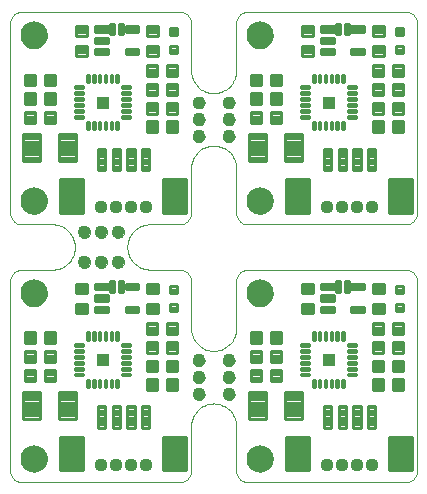
<source format=gts>
G75*
%MOIN*%
%OFA0B0*%
%FSLAX24Y24*%
%IPPOS*%
%LPD*%
%AMOC8*
5,1,8,0,0,1.08239X$1,22.5*
%
%ADD10C,0.0000*%
%ADD11C,0.0906*%
%ADD12C,0.0434*%
%ADD13C,0.0107*%
%ADD14C,0.0114*%
%ADD15C,0.0134*%
%ADD16R,0.0394X0.0394*%
%ADD17C,0.0108*%
%ADD18C,0.0130*%
%ADD19C,0.0437*%
%ADD20C,0.0118*%
%ADD21C,0.0120*%
D10*
X003149Y002980D02*
X003149Y009279D01*
X003148Y009279D02*
X003150Y009318D01*
X003156Y009356D01*
X003165Y009393D01*
X003178Y009430D01*
X003195Y009465D01*
X003214Y009498D01*
X003237Y009529D01*
X003263Y009558D01*
X003292Y009584D01*
X003323Y009607D01*
X003356Y009626D01*
X003391Y009643D01*
X003428Y009656D01*
X003465Y009665D01*
X003503Y009671D01*
X003542Y009673D01*
X003540Y009670D02*
X004560Y009670D01*
X004565Y009670D02*
X004618Y009673D01*
X004672Y009679D01*
X004724Y009689D01*
X004776Y009703D01*
X004826Y009721D01*
X004876Y009742D01*
X004923Y009767D01*
X004969Y009795D01*
X005012Y009826D01*
X005054Y009860D01*
X005092Y009897D01*
X005128Y009936D01*
X005161Y009979D01*
X005191Y010023D01*
X005218Y010069D01*
X005241Y010118D01*
X005261Y010167D01*
X005277Y010218D01*
X005290Y010270D01*
X005299Y010323D01*
X005304Y010376D01*
X005305Y010430D01*
X005421Y010930D02*
X005423Y010957D01*
X005429Y010984D01*
X005438Y011010D01*
X005451Y011034D01*
X005467Y011057D01*
X005486Y011076D01*
X005508Y011093D01*
X005532Y011107D01*
X005557Y011117D01*
X005584Y011124D01*
X005611Y011127D01*
X005639Y011126D01*
X005666Y011121D01*
X005692Y011113D01*
X005716Y011101D01*
X005739Y011085D01*
X005760Y011067D01*
X005777Y011046D01*
X005792Y011022D01*
X005803Y010997D01*
X005811Y010971D01*
X005815Y010944D01*
X005815Y010916D01*
X005811Y010889D01*
X005803Y010863D01*
X005792Y010838D01*
X005777Y010814D01*
X005760Y010793D01*
X005739Y010775D01*
X005717Y010759D01*
X005692Y010747D01*
X005666Y010739D01*
X005639Y010734D01*
X005611Y010733D01*
X005584Y010736D01*
X005557Y010743D01*
X005532Y010753D01*
X005508Y010767D01*
X005486Y010784D01*
X005467Y010803D01*
X005451Y010826D01*
X005438Y010850D01*
X005429Y010876D01*
X005423Y010903D01*
X005421Y010930D01*
X005983Y010930D02*
X005985Y010957D01*
X005991Y010984D01*
X006000Y011010D01*
X006013Y011034D01*
X006029Y011057D01*
X006048Y011076D01*
X006070Y011093D01*
X006094Y011107D01*
X006119Y011117D01*
X006146Y011124D01*
X006173Y011127D01*
X006201Y011126D01*
X006228Y011121D01*
X006254Y011113D01*
X006278Y011101D01*
X006301Y011085D01*
X006322Y011067D01*
X006339Y011046D01*
X006354Y011022D01*
X006365Y010997D01*
X006373Y010971D01*
X006377Y010944D01*
X006377Y010916D01*
X006373Y010889D01*
X006365Y010863D01*
X006354Y010838D01*
X006339Y010814D01*
X006322Y010793D01*
X006301Y010775D01*
X006279Y010759D01*
X006254Y010747D01*
X006228Y010739D01*
X006201Y010734D01*
X006173Y010733D01*
X006146Y010736D01*
X006119Y010743D01*
X006094Y010753D01*
X006070Y010767D01*
X006048Y010784D01*
X006029Y010803D01*
X006013Y010826D01*
X006000Y010850D01*
X005991Y010876D01*
X005985Y010903D01*
X005983Y010930D01*
X006546Y010930D02*
X006548Y010957D01*
X006554Y010984D01*
X006563Y011010D01*
X006576Y011034D01*
X006592Y011057D01*
X006611Y011076D01*
X006633Y011093D01*
X006657Y011107D01*
X006682Y011117D01*
X006709Y011124D01*
X006736Y011127D01*
X006764Y011126D01*
X006791Y011121D01*
X006817Y011113D01*
X006841Y011101D01*
X006864Y011085D01*
X006885Y011067D01*
X006902Y011046D01*
X006917Y011022D01*
X006928Y010997D01*
X006936Y010971D01*
X006940Y010944D01*
X006940Y010916D01*
X006936Y010889D01*
X006928Y010863D01*
X006917Y010838D01*
X006902Y010814D01*
X006885Y010793D01*
X006864Y010775D01*
X006842Y010759D01*
X006817Y010747D01*
X006791Y010739D01*
X006764Y010734D01*
X006736Y010733D01*
X006709Y010736D01*
X006682Y010743D01*
X006657Y010753D01*
X006633Y010767D01*
X006611Y010784D01*
X006592Y010803D01*
X006576Y010826D01*
X006563Y010850D01*
X006554Y010876D01*
X006548Y010903D01*
X006546Y010930D01*
X006546Y009930D02*
X006548Y009957D01*
X006554Y009984D01*
X006563Y010010D01*
X006576Y010034D01*
X006592Y010057D01*
X006611Y010076D01*
X006633Y010093D01*
X006657Y010107D01*
X006682Y010117D01*
X006709Y010124D01*
X006736Y010127D01*
X006764Y010126D01*
X006791Y010121D01*
X006817Y010113D01*
X006841Y010101D01*
X006864Y010085D01*
X006885Y010067D01*
X006902Y010046D01*
X006917Y010022D01*
X006928Y009997D01*
X006936Y009971D01*
X006940Y009944D01*
X006940Y009916D01*
X006936Y009889D01*
X006928Y009863D01*
X006917Y009838D01*
X006902Y009814D01*
X006885Y009793D01*
X006864Y009775D01*
X006842Y009759D01*
X006817Y009747D01*
X006791Y009739D01*
X006764Y009734D01*
X006736Y009733D01*
X006709Y009736D01*
X006682Y009743D01*
X006657Y009753D01*
X006633Y009767D01*
X006611Y009784D01*
X006592Y009803D01*
X006576Y009826D01*
X006563Y009850D01*
X006554Y009876D01*
X006548Y009903D01*
X006546Y009930D01*
X005983Y009930D02*
X005985Y009957D01*
X005991Y009984D01*
X006000Y010010D01*
X006013Y010034D01*
X006029Y010057D01*
X006048Y010076D01*
X006070Y010093D01*
X006094Y010107D01*
X006119Y010117D01*
X006146Y010124D01*
X006173Y010127D01*
X006201Y010126D01*
X006228Y010121D01*
X006254Y010113D01*
X006278Y010101D01*
X006301Y010085D01*
X006322Y010067D01*
X006339Y010046D01*
X006354Y010022D01*
X006365Y009997D01*
X006373Y009971D01*
X006377Y009944D01*
X006377Y009916D01*
X006373Y009889D01*
X006365Y009863D01*
X006354Y009838D01*
X006339Y009814D01*
X006322Y009793D01*
X006301Y009775D01*
X006279Y009759D01*
X006254Y009747D01*
X006228Y009739D01*
X006201Y009734D01*
X006173Y009733D01*
X006146Y009736D01*
X006119Y009743D01*
X006094Y009753D01*
X006070Y009767D01*
X006048Y009784D01*
X006029Y009803D01*
X006013Y009826D01*
X006000Y009850D01*
X005991Y009876D01*
X005985Y009903D01*
X005983Y009930D01*
X005421Y009930D02*
X005423Y009957D01*
X005429Y009984D01*
X005438Y010010D01*
X005451Y010034D01*
X005467Y010057D01*
X005486Y010076D01*
X005508Y010093D01*
X005532Y010107D01*
X005557Y010117D01*
X005584Y010124D01*
X005611Y010127D01*
X005639Y010126D01*
X005666Y010121D01*
X005692Y010113D01*
X005716Y010101D01*
X005739Y010085D01*
X005760Y010067D01*
X005777Y010046D01*
X005792Y010022D01*
X005803Y009997D01*
X005811Y009971D01*
X005815Y009944D01*
X005815Y009916D01*
X005811Y009889D01*
X005803Y009863D01*
X005792Y009838D01*
X005777Y009814D01*
X005760Y009793D01*
X005739Y009775D01*
X005717Y009759D01*
X005692Y009747D01*
X005666Y009739D01*
X005639Y009734D01*
X005611Y009733D01*
X005584Y009736D01*
X005557Y009743D01*
X005532Y009753D01*
X005508Y009767D01*
X005486Y009784D01*
X005467Y009803D01*
X005451Y009826D01*
X005438Y009850D01*
X005429Y009876D01*
X005423Y009903D01*
X005421Y009930D01*
X005305Y010430D02*
X005303Y010484D01*
X005297Y010537D01*
X005288Y010589D01*
X005275Y010641D01*
X005258Y010692D01*
X005237Y010742D01*
X005213Y010789D01*
X005186Y010835D01*
X005155Y010879D01*
X005122Y010921D01*
X005085Y010960D01*
X005046Y010997D01*
X005004Y011030D01*
X004960Y011061D01*
X004914Y011088D01*
X004867Y011112D01*
X004817Y011133D01*
X004766Y011150D01*
X004714Y011163D01*
X004662Y011172D01*
X004609Y011178D01*
X004555Y011180D01*
X004560Y011180D02*
X003540Y011180D01*
X003542Y011180D02*
X003503Y011182D01*
X003465Y011188D01*
X003428Y011197D01*
X003391Y011210D01*
X003356Y011227D01*
X003323Y011246D01*
X003292Y011269D01*
X003263Y011295D01*
X003237Y011324D01*
X003214Y011355D01*
X003195Y011388D01*
X003178Y011423D01*
X003165Y011460D01*
X003156Y011497D01*
X003150Y011535D01*
X003148Y011574D01*
X003149Y011574D02*
X003149Y017873D01*
X003148Y017873D02*
X003150Y017912D01*
X003156Y017950D01*
X003165Y017987D01*
X003178Y018024D01*
X003195Y018059D01*
X003214Y018092D01*
X003237Y018123D01*
X003263Y018152D01*
X003292Y018178D01*
X003323Y018201D01*
X003356Y018220D01*
X003391Y018237D01*
X003428Y018250D01*
X003465Y018259D01*
X003503Y018265D01*
X003542Y018267D01*
X008786Y018267D01*
X008825Y018265D01*
X008863Y018259D01*
X008900Y018250D01*
X008937Y018237D01*
X008972Y018220D01*
X009005Y018201D01*
X009036Y018178D01*
X009065Y018152D01*
X009091Y018123D01*
X009114Y018092D01*
X009133Y018059D01*
X009150Y018024D01*
X009163Y017987D01*
X009172Y017950D01*
X009178Y017912D01*
X009180Y017873D01*
X009180Y017868D02*
X009180Y016305D01*
X009182Y016251D01*
X009188Y016198D01*
X009197Y016146D01*
X009210Y016094D01*
X009227Y016043D01*
X009248Y015993D01*
X009272Y015946D01*
X009299Y015900D01*
X009330Y015856D01*
X009363Y015814D01*
X009400Y015775D01*
X009439Y015738D01*
X009481Y015705D01*
X009525Y015674D01*
X009571Y015647D01*
X009618Y015623D01*
X009668Y015602D01*
X009719Y015585D01*
X009771Y015572D01*
X009823Y015563D01*
X009876Y015557D01*
X009930Y015555D01*
X009233Y015243D02*
X009235Y015270D01*
X009241Y015297D01*
X009250Y015323D01*
X009263Y015347D01*
X009279Y015370D01*
X009298Y015389D01*
X009320Y015406D01*
X009344Y015420D01*
X009369Y015430D01*
X009396Y015437D01*
X009423Y015440D01*
X009451Y015439D01*
X009478Y015434D01*
X009504Y015426D01*
X009528Y015414D01*
X009551Y015398D01*
X009572Y015380D01*
X009589Y015359D01*
X009604Y015335D01*
X009615Y015310D01*
X009623Y015284D01*
X009627Y015257D01*
X009627Y015229D01*
X009623Y015202D01*
X009615Y015176D01*
X009604Y015151D01*
X009589Y015127D01*
X009572Y015106D01*
X009551Y015088D01*
X009529Y015072D01*
X009504Y015060D01*
X009478Y015052D01*
X009451Y015047D01*
X009423Y015046D01*
X009396Y015049D01*
X009369Y015056D01*
X009344Y015066D01*
X009320Y015080D01*
X009298Y015097D01*
X009279Y015116D01*
X009263Y015139D01*
X009250Y015163D01*
X009241Y015189D01*
X009235Y015216D01*
X009233Y015243D01*
X009233Y014680D02*
X009235Y014707D01*
X009241Y014734D01*
X009250Y014760D01*
X009263Y014784D01*
X009279Y014807D01*
X009298Y014826D01*
X009320Y014843D01*
X009344Y014857D01*
X009369Y014867D01*
X009396Y014874D01*
X009423Y014877D01*
X009451Y014876D01*
X009478Y014871D01*
X009504Y014863D01*
X009528Y014851D01*
X009551Y014835D01*
X009572Y014817D01*
X009589Y014796D01*
X009604Y014772D01*
X009615Y014747D01*
X009623Y014721D01*
X009627Y014694D01*
X009627Y014666D01*
X009623Y014639D01*
X009615Y014613D01*
X009604Y014588D01*
X009589Y014564D01*
X009572Y014543D01*
X009551Y014525D01*
X009529Y014509D01*
X009504Y014497D01*
X009478Y014489D01*
X009451Y014484D01*
X009423Y014483D01*
X009396Y014486D01*
X009369Y014493D01*
X009344Y014503D01*
X009320Y014517D01*
X009298Y014534D01*
X009279Y014553D01*
X009263Y014576D01*
X009250Y014600D01*
X009241Y014626D01*
X009235Y014653D01*
X009233Y014680D01*
X009233Y014118D02*
X009235Y014145D01*
X009241Y014172D01*
X009250Y014198D01*
X009263Y014222D01*
X009279Y014245D01*
X009298Y014264D01*
X009320Y014281D01*
X009344Y014295D01*
X009369Y014305D01*
X009396Y014312D01*
X009423Y014315D01*
X009451Y014314D01*
X009478Y014309D01*
X009504Y014301D01*
X009528Y014289D01*
X009551Y014273D01*
X009572Y014255D01*
X009589Y014234D01*
X009604Y014210D01*
X009615Y014185D01*
X009623Y014159D01*
X009627Y014132D01*
X009627Y014104D01*
X009623Y014077D01*
X009615Y014051D01*
X009604Y014026D01*
X009589Y014002D01*
X009572Y013981D01*
X009551Y013963D01*
X009529Y013947D01*
X009504Y013935D01*
X009478Y013927D01*
X009451Y013922D01*
X009423Y013921D01*
X009396Y013924D01*
X009369Y013931D01*
X009344Y013941D01*
X009320Y013955D01*
X009298Y013972D01*
X009279Y013991D01*
X009263Y014014D01*
X009250Y014038D01*
X009241Y014064D01*
X009235Y014091D01*
X009233Y014118D01*
X009180Y013055D02*
X009180Y011555D01*
X009180Y011574D02*
X009178Y011535D01*
X009172Y011497D01*
X009163Y011460D01*
X009150Y011423D01*
X009133Y011388D01*
X009114Y011355D01*
X009091Y011324D01*
X009065Y011295D01*
X009036Y011269D01*
X009005Y011246D01*
X008972Y011227D01*
X008937Y011210D01*
X008900Y011197D01*
X008863Y011188D01*
X008825Y011182D01*
X008786Y011180D01*
X008790Y011180D02*
X007800Y011180D01*
X007805Y011180D02*
X007751Y011178D01*
X007698Y011172D01*
X007646Y011163D01*
X007594Y011150D01*
X007543Y011133D01*
X007493Y011112D01*
X007446Y011088D01*
X007400Y011061D01*
X007356Y011030D01*
X007314Y010997D01*
X007275Y010960D01*
X007238Y010921D01*
X007205Y010879D01*
X007174Y010835D01*
X007147Y010789D01*
X007123Y010742D01*
X007102Y010692D01*
X007085Y010641D01*
X007072Y010589D01*
X007063Y010537D01*
X007057Y010484D01*
X007055Y010430D01*
X007057Y010376D01*
X007063Y010322D01*
X007072Y010268D01*
X007086Y010216D01*
X007103Y010164D01*
X007124Y010114D01*
X007148Y010066D01*
X007176Y010019D01*
X007207Y009975D01*
X007241Y009932D01*
X007278Y009893D01*
X007317Y009856D01*
X007360Y009822D01*
X007404Y009791D01*
X007451Y009763D01*
X007499Y009739D01*
X007549Y009718D01*
X007601Y009701D01*
X007653Y009687D01*
X007707Y009678D01*
X007761Y009672D01*
X007815Y009670D01*
X008790Y009670D01*
X008786Y009673D02*
X008825Y009671D01*
X008863Y009665D01*
X008900Y009656D01*
X008937Y009643D01*
X008972Y009626D01*
X009005Y009607D01*
X009036Y009584D01*
X009065Y009558D01*
X009091Y009529D01*
X009114Y009498D01*
X009133Y009465D01*
X009150Y009430D01*
X009163Y009393D01*
X009172Y009356D01*
X009178Y009318D01*
X009180Y009279D01*
X009180Y009274D02*
X009180Y007711D01*
X009182Y007657D01*
X009188Y007604D01*
X009197Y007552D01*
X009210Y007500D01*
X009227Y007449D01*
X009248Y007399D01*
X009272Y007352D01*
X009299Y007306D01*
X009330Y007262D01*
X009363Y007220D01*
X009400Y007181D01*
X009439Y007144D01*
X009481Y007111D01*
X009525Y007080D01*
X009571Y007053D01*
X009618Y007029D01*
X009668Y007008D01*
X009719Y006991D01*
X009771Y006978D01*
X009823Y006969D01*
X009876Y006963D01*
X009930Y006961D01*
X009233Y006649D02*
X009235Y006676D01*
X009241Y006703D01*
X009250Y006729D01*
X009263Y006753D01*
X009279Y006776D01*
X009298Y006795D01*
X009320Y006812D01*
X009344Y006826D01*
X009369Y006836D01*
X009396Y006843D01*
X009423Y006846D01*
X009451Y006845D01*
X009478Y006840D01*
X009504Y006832D01*
X009528Y006820D01*
X009551Y006804D01*
X009572Y006786D01*
X009589Y006765D01*
X009604Y006741D01*
X009615Y006716D01*
X009623Y006690D01*
X009627Y006663D01*
X009627Y006635D01*
X009623Y006608D01*
X009615Y006582D01*
X009604Y006557D01*
X009589Y006533D01*
X009572Y006512D01*
X009551Y006494D01*
X009529Y006478D01*
X009504Y006466D01*
X009478Y006458D01*
X009451Y006453D01*
X009423Y006452D01*
X009396Y006455D01*
X009369Y006462D01*
X009344Y006472D01*
X009320Y006486D01*
X009298Y006503D01*
X009279Y006522D01*
X009263Y006545D01*
X009250Y006569D01*
X009241Y006595D01*
X009235Y006622D01*
X009233Y006649D01*
X009233Y006086D02*
X009235Y006113D01*
X009241Y006140D01*
X009250Y006166D01*
X009263Y006190D01*
X009279Y006213D01*
X009298Y006232D01*
X009320Y006249D01*
X009344Y006263D01*
X009369Y006273D01*
X009396Y006280D01*
X009423Y006283D01*
X009451Y006282D01*
X009478Y006277D01*
X009504Y006269D01*
X009528Y006257D01*
X009551Y006241D01*
X009572Y006223D01*
X009589Y006202D01*
X009604Y006178D01*
X009615Y006153D01*
X009623Y006127D01*
X009627Y006100D01*
X009627Y006072D01*
X009623Y006045D01*
X009615Y006019D01*
X009604Y005994D01*
X009589Y005970D01*
X009572Y005949D01*
X009551Y005931D01*
X009529Y005915D01*
X009504Y005903D01*
X009478Y005895D01*
X009451Y005890D01*
X009423Y005889D01*
X009396Y005892D01*
X009369Y005899D01*
X009344Y005909D01*
X009320Y005923D01*
X009298Y005940D01*
X009279Y005959D01*
X009263Y005982D01*
X009250Y006006D01*
X009241Y006032D01*
X009235Y006059D01*
X009233Y006086D01*
X009233Y005524D02*
X009235Y005551D01*
X009241Y005578D01*
X009250Y005604D01*
X009263Y005628D01*
X009279Y005651D01*
X009298Y005670D01*
X009320Y005687D01*
X009344Y005701D01*
X009369Y005711D01*
X009396Y005718D01*
X009423Y005721D01*
X009451Y005720D01*
X009478Y005715D01*
X009504Y005707D01*
X009528Y005695D01*
X009551Y005679D01*
X009572Y005661D01*
X009589Y005640D01*
X009604Y005616D01*
X009615Y005591D01*
X009623Y005565D01*
X009627Y005538D01*
X009627Y005510D01*
X009623Y005483D01*
X009615Y005457D01*
X009604Y005432D01*
X009589Y005408D01*
X009572Y005387D01*
X009551Y005369D01*
X009529Y005353D01*
X009504Y005341D01*
X009478Y005333D01*
X009451Y005328D01*
X009423Y005327D01*
X009396Y005330D01*
X009369Y005337D01*
X009344Y005347D01*
X009320Y005361D01*
X009298Y005378D01*
X009279Y005397D01*
X009263Y005420D01*
X009250Y005444D01*
X009241Y005470D01*
X009235Y005497D01*
X009233Y005524D01*
X009180Y004461D02*
X009180Y002961D01*
X009180Y002980D02*
X009178Y002941D01*
X009172Y002903D01*
X009163Y002866D01*
X009150Y002829D01*
X009133Y002794D01*
X009114Y002761D01*
X009091Y002730D01*
X009065Y002701D01*
X009036Y002675D01*
X009005Y002652D01*
X008972Y002633D01*
X008937Y002616D01*
X008900Y002603D01*
X008863Y002594D01*
X008825Y002588D01*
X008786Y002586D01*
X003542Y002586D01*
X003503Y002588D01*
X003465Y002594D01*
X003428Y002603D01*
X003391Y002616D01*
X003356Y002633D01*
X003323Y002652D01*
X003292Y002675D01*
X003263Y002701D01*
X003237Y002730D01*
X003214Y002761D01*
X003195Y002794D01*
X003178Y002829D01*
X003165Y002866D01*
X003156Y002903D01*
X003150Y002941D01*
X003148Y002980D01*
X003503Y003374D02*
X003505Y003415D01*
X003511Y003456D01*
X003521Y003496D01*
X003534Y003535D01*
X003551Y003572D01*
X003572Y003608D01*
X003596Y003642D01*
X003623Y003673D01*
X003652Y003701D01*
X003685Y003727D01*
X003719Y003749D01*
X003756Y003768D01*
X003794Y003783D01*
X003834Y003795D01*
X003874Y003803D01*
X003915Y003807D01*
X003957Y003807D01*
X003998Y003803D01*
X004038Y003795D01*
X004078Y003783D01*
X004116Y003768D01*
X004152Y003749D01*
X004187Y003727D01*
X004220Y003701D01*
X004249Y003673D01*
X004276Y003642D01*
X004300Y003608D01*
X004321Y003572D01*
X004338Y003535D01*
X004351Y003496D01*
X004361Y003456D01*
X004367Y003415D01*
X004369Y003374D01*
X004367Y003333D01*
X004361Y003292D01*
X004351Y003252D01*
X004338Y003213D01*
X004321Y003176D01*
X004300Y003140D01*
X004276Y003106D01*
X004249Y003075D01*
X004220Y003047D01*
X004187Y003021D01*
X004153Y002999D01*
X004116Y002980D01*
X004078Y002965D01*
X004038Y002953D01*
X003998Y002945D01*
X003957Y002941D01*
X003915Y002941D01*
X003874Y002945D01*
X003834Y002953D01*
X003794Y002965D01*
X003756Y002980D01*
X003720Y002999D01*
X003685Y003021D01*
X003652Y003047D01*
X003623Y003075D01*
X003596Y003106D01*
X003572Y003140D01*
X003551Y003176D01*
X003534Y003213D01*
X003521Y003252D01*
X003511Y003292D01*
X003505Y003333D01*
X003503Y003374D01*
X003503Y008885D02*
X003505Y008926D01*
X003511Y008967D01*
X003521Y009007D01*
X003534Y009046D01*
X003551Y009083D01*
X003572Y009119D01*
X003596Y009153D01*
X003623Y009184D01*
X003652Y009212D01*
X003685Y009238D01*
X003719Y009260D01*
X003756Y009279D01*
X003794Y009294D01*
X003834Y009306D01*
X003874Y009314D01*
X003915Y009318D01*
X003957Y009318D01*
X003998Y009314D01*
X004038Y009306D01*
X004078Y009294D01*
X004116Y009279D01*
X004152Y009260D01*
X004187Y009238D01*
X004220Y009212D01*
X004249Y009184D01*
X004276Y009153D01*
X004300Y009119D01*
X004321Y009083D01*
X004338Y009046D01*
X004351Y009007D01*
X004361Y008967D01*
X004367Y008926D01*
X004369Y008885D01*
X004367Y008844D01*
X004361Y008803D01*
X004351Y008763D01*
X004338Y008724D01*
X004321Y008687D01*
X004300Y008651D01*
X004276Y008617D01*
X004249Y008586D01*
X004220Y008558D01*
X004187Y008532D01*
X004153Y008510D01*
X004116Y008491D01*
X004078Y008476D01*
X004038Y008464D01*
X003998Y008456D01*
X003957Y008452D01*
X003915Y008452D01*
X003874Y008456D01*
X003834Y008464D01*
X003794Y008476D01*
X003756Y008491D01*
X003720Y008510D01*
X003685Y008532D01*
X003652Y008558D01*
X003623Y008586D01*
X003596Y008617D01*
X003572Y008651D01*
X003551Y008687D01*
X003534Y008724D01*
X003521Y008763D01*
X003511Y008803D01*
X003505Y008844D01*
X003503Y008885D01*
X003503Y011967D02*
X003505Y012008D01*
X003511Y012049D01*
X003521Y012089D01*
X003534Y012128D01*
X003551Y012165D01*
X003572Y012201D01*
X003596Y012235D01*
X003623Y012266D01*
X003652Y012294D01*
X003685Y012320D01*
X003719Y012342D01*
X003756Y012361D01*
X003794Y012376D01*
X003834Y012388D01*
X003874Y012396D01*
X003915Y012400D01*
X003957Y012400D01*
X003998Y012396D01*
X004038Y012388D01*
X004078Y012376D01*
X004116Y012361D01*
X004152Y012342D01*
X004187Y012320D01*
X004220Y012294D01*
X004249Y012266D01*
X004276Y012235D01*
X004300Y012201D01*
X004321Y012165D01*
X004338Y012128D01*
X004351Y012089D01*
X004361Y012049D01*
X004367Y012008D01*
X004369Y011967D01*
X004367Y011926D01*
X004361Y011885D01*
X004351Y011845D01*
X004338Y011806D01*
X004321Y011769D01*
X004300Y011733D01*
X004276Y011699D01*
X004249Y011668D01*
X004220Y011640D01*
X004187Y011614D01*
X004153Y011592D01*
X004116Y011573D01*
X004078Y011558D01*
X004038Y011546D01*
X003998Y011538D01*
X003957Y011534D01*
X003915Y011534D01*
X003874Y011538D01*
X003834Y011546D01*
X003794Y011558D01*
X003756Y011573D01*
X003720Y011592D01*
X003685Y011614D01*
X003652Y011640D01*
X003623Y011668D01*
X003596Y011699D01*
X003572Y011733D01*
X003551Y011769D01*
X003534Y011806D01*
X003521Y011845D01*
X003511Y011885D01*
X003505Y011926D01*
X003503Y011967D01*
X007810Y009670D02*
X007815Y009670D01*
X009930Y006961D02*
X009984Y006963D01*
X010037Y006969D01*
X010089Y006978D01*
X010141Y006991D01*
X010192Y007008D01*
X010242Y007029D01*
X010289Y007053D01*
X010335Y007080D01*
X010379Y007111D01*
X010421Y007144D01*
X010460Y007181D01*
X010497Y007220D01*
X010530Y007262D01*
X010561Y007306D01*
X010588Y007352D01*
X010612Y007399D01*
X010633Y007449D01*
X010650Y007500D01*
X010663Y007552D01*
X010672Y007604D01*
X010678Y007657D01*
X010680Y007711D01*
X010680Y009279D01*
X010682Y009318D01*
X010688Y009356D01*
X010697Y009393D01*
X010710Y009430D01*
X010727Y009465D01*
X010746Y009498D01*
X010769Y009529D01*
X010795Y009558D01*
X010824Y009584D01*
X010855Y009607D01*
X010888Y009626D01*
X010923Y009643D01*
X010960Y009656D01*
X010997Y009665D01*
X011035Y009671D01*
X011074Y009673D01*
X016317Y009673D01*
X016356Y009671D01*
X016394Y009665D01*
X016431Y009656D01*
X016468Y009643D01*
X016503Y009626D01*
X016536Y009607D01*
X016567Y009584D01*
X016596Y009558D01*
X016622Y009529D01*
X016645Y009498D01*
X016664Y009465D01*
X016681Y009430D01*
X016694Y009393D01*
X016703Y009356D01*
X016709Y009318D01*
X016711Y009279D01*
X016711Y002980D01*
X016709Y002941D01*
X016703Y002903D01*
X016694Y002866D01*
X016681Y002829D01*
X016664Y002794D01*
X016645Y002761D01*
X016622Y002730D01*
X016596Y002701D01*
X016567Y002675D01*
X016536Y002652D01*
X016503Y002633D01*
X016468Y002616D01*
X016431Y002603D01*
X016394Y002594D01*
X016356Y002588D01*
X016317Y002586D01*
X011074Y002586D01*
X011035Y002588D01*
X010997Y002594D01*
X010960Y002603D01*
X010923Y002616D01*
X010888Y002633D01*
X010855Y002652D01*
X010824Y002675D01*
X010795Y002701D01*
X010769Y002730D01*
X010746Y002761D01*
X010727Y002794D01*
X010710Y002829D01*
X010697Y002866D01*
X010688Y002903D01*
X010682Y002941D01*
X010680Y002980D01*
X010680Y004461D01*
X009930Y005211D02*
X009876Y005209D01*
X009823Y005203D01*
X009771Y005194D01*
X009719Y005181D01*
X009668Y005164D01*
X009618Y005143D01*
X009571Y005119D01*
X009525Y005092D01*
X009481Y005061D01*
X009439Y005028D01*
X009400Y004991D01*
X009363Y004952D01*
X009330Y004910D01*
X009299Y004866D01*
X009272Y004820D01*
X009248Y004773D01*
X009227Y004723D01*
X009210Y004672D01*
X009197Y004620D01*
X009188Y004568D01*
X009182Y004515D01*
X009180Y004461D01*
X009930Y005211D02*
X009984Y005209D01*
X010037Y005203D01*
X010089Y005194D01*
X010141Y005181D01*
X010192Y005164D01*
X010242Y005143D01*
X010289Y005119D01*
X010335Y005092D01*
X010379Y005061D01*
X010421Y005028D01*
X010460Y004991D01*
X010497Y004952D01*
X010530Y004910D01*
X010561Y004866D01*
X010588Y004820D01*
X010612Y004773D01*
X010633Y004723D01*
X010650Y004672D01*
X010663Y004620D01*
X010672Y004568D01*
X010678Y004515D01*
X010680Y004461D01*
X010233Y005524D02*
X010235Y005551D01*
X010241Y005578D01*
X010250Y005604D01*
X010263Y005628D01*
X010279Y005651D01*
X010298Y005670D01*
X010320Y005687D01*
X010344Y005701D01*
X010369Y005711D01*
X010396Y005718D01*
X010423Y005721D01*
X010451Y005720D01*
X010478Y005715D01*
X010504Y005707D01*
X010528Y005695D01*
X010551Y005679D01*
X010572Y005661D01*
X010589Y005640D01*
X010604Y005616D01*
X010615Y005591D01*
X010623Y005565D01*
X010627Y005538D01*
X010627Y005510D01*
X010623Y005483D01*
X010615Y005457D01*
X010604Y005432D01*
X010589Y005408D01*
X010572Y005387D01*
X010551Y005369D01*
X010529Y005353D01*
X010504Y005341D01*
X010478Y005333D01*
X010451Y005328D01*
X010423Y005327D01*
X010396Y005330D01*
X010369Y005337D01*
X010344Y005347D01*
X010320Y005361D01*
X010298Y005378D01*
X010279Y005397D01*
X010263Y005420D01*
X010250Y005444D01*
X010241Y005470D01*
X010235Y005497D01*
X010233Y005524D01*
X010233Y006086D02*
X010235Y006113D01*
X010241Y006140D01*
X010250Y006166D01*
X010263Y006190D01*
X010279Y006213D01*
X010298Y006232D01*
X010320Y006249D01*
X010344Y006263D01*
X010369Y006273D01*
X010396Y006280D01*
X010423Y006283D01*
X010451Y006282D01*
X010478Y006277D01*
X010504Y006269D01*
X010528Y006257D01*
X010551Y006241D01*
X010572Y006223D01*
X010589Y006202D01*
X010604Y006178D01*
X010615Y006153D01*
X010623Y006127D01*
X010627Y006100D01*
X010627Y006072D01*
X010623Y006045D01*
X010615Y006019D01*
X010604Y005994D01*
X010589Y005970D01*
X010572Y005949D01*
X010551Y005931D01*
X010529Y005915D01*
X010504Y005903D01*
X010478Y005895D01*
X010451Y005890D01*
X010423Y005889D01*
X010396Y005892D01*
X010369Y005899D01*
X010344Y005909D01*
X010320Y005923D01*
X010298Y005940D01*
X010279Y005959D01*
X010263Y005982D01*
X010250Y006006D01*
X010241Y006032D01*
X010235Y006059D01*
X010233Y006086D01*
X010233Y006649D02*
X010235Y006676D01*
X010241Y006703D01*
X010250Y006729D01*
X010263Y006753D01*
X010279Y006776D01*
X010298Y006795D01*
X010320Y006812D01*
X010344Y006826D01*
X010369Y006836D01*
X010396Y006843D01*
X010423Y006846D01*
X010451Y006845D01*
X010478Y006840D01*
X010504Y006832D01*
X010528Y006820D01*
X010551Y006804D01*
X010572Y006786D01*
X010589Y006765D01*
X010604Y006741D01*
X010615Y006716D01*
X010623Y006690D01*
X010627Y006663D01*
X010627Y006635D01*
X010623Y006608D01*
X010615Y006582D01*
X010604Y006557D01*
X010589Y006533D01*
X010572Y006512D01*
X010551Y006494D01*
X010529Y006478D01*
X010504Y006466D01*
X010478Y006458D01*
X010451Y006453D01*
X010423Y006452D01*
X010396Y006455D01*
X010369Y006462D01*
X010344Y006472D01*
X010320Y006486D01*
X010298Y006503D01*
X010279Y006522D01*
X010263Y006545D01*
X010250Y006569D01*
X010241Y006595D01*
X010235Y006622D01*
X010233Y006649D01*
X011034Y008885D02*
X011036Y008926D01*
X011042Y008967D01*
X011052Y009007D01*
X011065Y009046D01*
X011082Y009083D01*
X011103Y009119D01*
X011127Y009153D01*
X011154Y009184D01*
X011183Y009212D01*
X011216Y009238D01*
X011250Y009260D01*
X011287Y009279D01*
X011325Y009294D01*
X011365Y009306D01*
X011405Y009314D01*
X011446Y009318D01*
X011488Y009318D01*
X011529Y009314D01*
X011569Y009306D01*
X011609Y009294D01*
X011647Y009279D01*
X011683Y009260D01*
X011718Y009238D01*
X011751Y009212D01*
X011780Y009184D01*
X011807Y009153D01*
X011831Y009119D01*
X011852Y009083D01*
X011869Y009046D01*
X011882Y009007D01*
X011892Y008967D01*
X011898Y008926D01*
X011900Y008885D01*
X011898Y008844D01*
X011892Y008803D01*
X011882Y008763D01*
X011869Y008724D01*
X011852Y008687D01*
X011831Y008651D01*
X011807Y008617D01*
X011780Y008586D01*
X011751Y008558D01*
X011718Y008532D01*
X011684Y008510D01*
X011647Y008491D01*
X011609Y008476D01*
X011569Y008464D01*
X011529Y008456D01*
X011488Y008452D01*
X011446Y008452D01*
X011405Y008456D01*
X011365Y008464D01*
X011325Y008476D01*
X011287Y008491D01*
X011251Y008510D01*
X011216Y008532D01*
X011183Y008558D01*
X011154Y008586D01*
X011127Y008617D01*
X011103Y008651D01*
X011082Y008687D01*
X011065Y008724D01*
X011052Y008763D01*
X011042Y008803D01*
X011036Y008844D01*
X011034Y008885D01*
X011074Y011180D02*
X016317Y011180D01*
X016356Y011182D01*
X016394Y011188D01*
X016431Y011197D01*
X016468Y011210D01*
X016503Y011227D01*
X016536Y011246D01*
X016567Y011269D01*
X016596Y011295D01*
X016622Y011324D01*
X016645Y011355D01*
X016664Y011388D01*
X016681Y011423D01*
X016694Y011460D01*
X016703Y011497D01*
X016709Y011535D01*
X016711Y011574D01*
X016711Y017873D01*
X016709Y017912D01*
X016703Y017950D01*
X016694Y017987D01*
X016681Y018024D01*
X016664Y018059D01*
X016645Y018092D01*
X016622Y018123D01*
X016596Y018152D01*
X016567Y018178D01*
X016536Y018201D01*
X016503Y018220D01*
X016468Y018237D01*
X016431Y018250D01*
X016394Y018259D01*
X016356Y018265D01*
X016317Y018267D01*
X011074Y018267D01*
X011035Y018265D01*
X010997Y018259D01*
X010960Y018250D01*
X010923Y018237D01*
X010888Y018220D01*
X010855Y018201D01*
X010824Y018178D01*
X010795Y018152D01*
X010769Y018123D01*
X010746Y018092D01*
X010727Y018059D01*
X010710Y018024D01*
X010697Y017987D01*
X010688Y017950D01*
X010682Y017912D01*
X010680Y017873D01*
X010680Y016305D01*
X010678Y016251D01*
X010672Y016198D01*
X010663Y016146D01*
X010650Y016094D01*
X010633Y016043D01*
X010612Y015993D01*
X010588Y015946D01*
X010561Y015900D01*
X010530Y015856D01*
X010497Y015814D01*
X010460Y015775D01*
X010421Y015738D01*
X010379Y015705D01*
X010335Y015674D01*
X010289Y015647D01*
X010242Y015623D01*
X010192Y015602D01*
X010141Y015585D01*
X010089Y015572D01*
X010037Y015563D01*
X009984Y015557D01*
X009930Y015555D01*
X010233Y015243D02*
X010235Y015270D01*
X010241Y015297D01*
X010250Y015323D01*
X010263Y015347D01*
X010279Y015370D01*
X010298Y015389D01*
X010320Y015406D01*
X010344Y015420D01*
X010369Y015430D01*
X010396Y015437D01*
X010423Y015440D01*
X010451Y015439D01*
X010478Y015434D01*
X010504Y015426D01*
X010528Y015414D01*
X010551Y015398D01*
X010572Y015380D01*
X010589Y015359D01*
X010604Y015335D01*
X010615Y015310D01*
X010623Y015284D01*
X010627Y015257D01*
X010627Y015229D01*
X010623Y015202D01*
X010615Y015176D01*
X010604Y015151D01*
X010589Y015127D01*
X010572Y015106D01*
X010551Y015088D01*
X010529Y015072D01*
X010504Y015060D01*
X010478Y015052D01*
X010451Y015047D01*
X010423Y015046D01*
X010396Y015049D01*
X010369Y015056D01*
X010344Y015066D01*
X010320Y015080D01*
X010298Y015097D01*
X010279Y015116D01*
X010263Y015139D01*
X010250Y015163D01*
X010241Y015189D01*
X010235Y015216D01*
X010233Y015243D01*
X010233Y014680D02*
X010235Y014707D01*
X010241Y014734D01*
X010250Y014760D01*
X010263Y014784D01*
X010279Y014807D01*
X010298Y014826D01*
X010320Y014843D01*
X010344Y014857D01*
X010369Y014867D01*
X010396Y014874D01*
X010423Y014877D01*
X010451Y014876D01*
X010478Y014871D01*
X010504Y014863D01*
X010528Y014851D01*
X010551Y014835D01*
X010572Y014817D01*
X010589Y014796D01*
X010604Y014772D01*
X010615Y014747D01*
X010623Y014721D01*
X010627Y014694D01*
X010627Y014666D01*
X010623Y014639D01*
X010615Y014613D01*
X010604Y014588D01*
X010589Y014564D01*
X010572Y014543D01*
X010551Y014525D01*
X010529Y014509D01*
X010504Y014497D01*
X010478Y014489D01*
X010451Y014484D01*
X010423Y014483D01*
X010396Y014486D01*
X010369Y014493D01*
X010344Y014503D01*
X010320Y014517D01*
X010298Y014534D01*
X010279Y014553D01*
X010263Y014576D01*
X010250Y014600D01*
X010241Y014626D01*
X010235Y014653D01*
X010233Y014680D01*
X010233Y014118D02*
X010235Y014145D01*
X010241Y014172D01*
X010250Y014198D01*
X010263Y014222D01*
X010279Y014245D01*
X010298Y014264D01*
X010320Y014281D01*
X010344Y014295D01*
X010369Y014305D01*
X010396Y014312D01*
X010423Y014315D01*
X010451Y014314D01*
X010478Y014309D01*
X010504Y014301D01*
X010528Y014289D01*
X010551Y014273D01*
X010572Y014255D01*
X010589Y014234D01*
X010604Y014210D01*
X010615Y014185D01*
X010623Y014159D01*
X010627Y014132D01*
X010627Y014104D01*
X010623Y014077D01*
X010615Y014051D01*
X010604Y014026D01*
X010589Y014002D01*
X010572Y013981D01*
X010551Y013963D01*
X010529Y013947D01*
X010504Y013935D01*
X010478Y013927D01*
X010451Y013922D01*
X010423Y013921D01*
X010396Y013924D01*
X010369Y013931D01*
X010344Y013941D01*
X010320Y013955D01*
X010298Y013972D01*
X010279Y013991D01*
X010263Y014014D01*
X010250Y014038D01*
X010241Y014064D01*
X010235Y014091D01*
X010233Y014118D01*
X009930Y013805D02*
X009876Y013803D01*
X009823Y013797D01*
X009771Y013788D01*
X009719Y013775D01*
X009668Y013758D01*
X009618Y013737D01*
X009571Y013713D01*
X009525Y013686D01*
X009481Y013655D01*
X009439Y013622D01*
X009400Y013585D01*
X009363Y013546D01*
X009330Y013504D01*
X009299Y013460D01*
X009272Y013414D01*
X009248Y013367D01*
X009227Y013317D01*
X009210Y013266D01*
X009197Y013214D01*
X009188Y013162D01*
X009182Y013109D01*
X009180Y013055D01*
X009930Y013805D02*
X009984Y013803D01*
X010037Y013797D01*
X010089Y013788D01*
X010141Y013775D01*
X010192Y013758D01*
X010242Y013737D01*
X010289Y013713D01*
X010335Y013686D01*
X010379Y013655D01*
X010421Y013622D01*
X010460Y013585D01*
X010497Y013546D01*
X010530Y013504D01*
X010561Y013460D01*
X010588Y013414D01*
X010612Y013367D01*
X010633Y013317D01*
X010650Y013266D01*
X010663Y013214D01*
X010672Y013162D01*
X010678Y013109D01*
X010680Y013055D01*
X010680Y011574D01*
X010682Y011535D01*
X010688Y011497D01*
X010697Y011460D01*
X010710Y011423D01*
X010727Y011388D01*
X010746Y011355D01*
X010769Y011324D01*
X010795Y011295D01*
X010824Y011269D01*
X010855Y011246D01*
X010888Y011227D01*
X010923Y011210D01*
X010960Y011197D01*
X010997Y011188D01*
X011035Y011182D01*
X011074Y011180D01*
X011034Y011967D02*
X011036Y012008D01*
X011042Y012049D01*
X011052Y012089D01*
X011065Y012128D01*
X011082Y012165D01*
X011103Y012201D01*
X011127Y012235D01*
X011154Y012266D01*
X011183Y012294D01*
X011216Y012320D01*
X011250Y012342D01*
X011287Y012361D01*
X011325Y012376D01*
X011365Y012388D01*
X011405Y012396D01*
X011446Y012400D01*
X011488Y012400D01*
X011529Y012396D01*
X011569Y012388D01*
X011609Y012376D01*
X011647Y012361D01*
X011683Y012342D01*
X011718Y012320D01*
X011751Y012294D01*
X011780Y012266D01*
X011807Y012235D01*
X011831Y012201D01*
X011852Y012165D01*
X011869Y012128D01*
X011882Y012089D01*
X011892Y012049D01*
X011898Y012008D01*
X011900Y011967D01*
X011898Y011926D01*
X011892Y011885D01*
X011882Y011845D01*
X011869Y011806D01*
X011852Y011769D01*
X011831Y011733D01*
X011807Y011699D01*
X011780Y011668D01*
X011751Y011640D01*
X011718Y011614D01*
X011684Y011592D01*
X011647Y011573D01*
X011609Y011558D01*
X011569Y011546D01*
X011529Y011538D01*
X011488Y011534D01*
X011446Y011534D01*
X011405Y011538D01*
X011365Y011546D01*
X011325Y011558D01*
X011287Y011573D01*
X011251Y011592D01*
X011216Y011614D01*
X011183Y011640D01*
X011154Y011668D01*
X011127Y011699D01*
X011103Y011733D01*
X011082Y011769D01*
X011065Y011806D01*
X011052Y011845D01*
X011042Y011885D01*
X011036Y011926D01*
X011034Y011967D01*
X011034Y017479D02*
X011036Y017520D01*
X011042Y017561D01*
X011052Y017601D01*
X011065Y017640D01*
X011082Y017677D01*
X011103Y017713D01*
X011127Y017747D01*
X011154Y017778D01*
X011183Y017806D01*
X011216Y017832D01*
X011250Y017854D01*
X011287Y017873D01*
X011325Y017888D01*
X011365Y017900D01*
X011405Y017908D01*
X011446Y017912D01*
X011488Y017912D01*
X011529Y017908D01*
X011569Y017900D01*
X011609Y017888D01*
X011647Y017873D01*
X011683Y017854D01*
X011718Y017832D01*
X011751Y017806D01*
X011780Y017778D01*
X011807Y017747D01*
X011831Y017713D01*
X011852Y017677D01*
X011869Y017640D01*
X011882Y017601D01*
X011892Y017561D01*
X011898Y017520D01*
X011900Y017479D01*
X011898Y017438D01*
X011892Y017397D01*
X011882Y017357D01*
X011869Y017318D01*
X011852Y017281D01*
X011831Y017245D01*
X011807Y017211D01*
X011780Y017180D01*
X011751Y017152D01*
X011718Y017126D01*
X011684Y017104D01*
X011647Y017085D01*
X011609Y017070D01*
X011569Y017058D01*
X011529Y017050D01*
X011488Y017046D01*
X011446Y017046D01*
X011405Y017050D01*
X011365Y017058D01*
X011325Y017070D01*
X011287Y017085D01*
X011251Y017104D01*
X011216Y017126D01*
X011183Y017152D01*
X011154Y017180D01*
X011127Y017211D01*
X011103Y017245D01*
X011082Y017281D01*
X011065Y017318D01*
X011052Y017357D01*
X011042Y017397D01*
X011036Y017438D01*
X011034Y017479D01*
X003503Y017479D02*
X003505Y017520D01*
X003511Y017561D01*
X003521Y017601D01*
X003534Y017640D01*
X003551Y017677D01*
X003572Y017713D01*
X003596Y017747D01*
X003623Y017778D01*
X003652Y017806D01*
X003685Y017832D01*
X003719Y017854D01*
X003756Y017873D01*
X003794Y017888D01*
X003834Y017900D01*
X003874Y017908D01*
X003915Y017912D01*
X003957Y017912D01*
X003998Y017908D01*
X004038Y017900D01*
X004078Y017888D01*
X004116Y017873D01*
X004152Y017854D01*
X004187Y017832D01*
X004220Y017806D01*
X004249Y017778D01*
X004276Y017747D01*
X004300Y017713D01*
X004321Y017677D01*
X004338Y017640D01*
X004351Y017601D01*
X004361Y017561D01*
X004367Y017520D01*
X004369Y017479D01*
X004367Y017438D01*
X004361Y017397D01*
X004351Y017357D01*
X004338Y017318D01*
X004321Y017281D01*
X004300Y017245D01*
X004276Y017211D01*
X004249Y017180D01*
X004220Y017152D01*
X004187Y017126D01*
X004153Y017104D01*
X004116Y017085D01*
X004078Y017070D01*
X004038Y017058D01*
X003998Y017050D01*
X003957Y017046D01*
X003915Y017046D01*
X003874Y017050D01*
X003834Y017058D01*
X003794Y017070D01*
X003756Y017085D01*
X003720Y017104D01*
X003685Y017126D01*
X003652Y017152D01*
X003623Y017180D01*
X003596Y017211D01*
X003572Y017245D01*
X003551Y017281D01*
X003534Y017318D01*
X003521Y017357D01*
X003511Y017397D01*
X003505Y017438D01*
X003503Y017479D01*
X011034Y003374D02*
X011036Y003415D01*
X011042Y003456D01*
X011052Y003496D01*
X011065Y003535D01*
X011082Y003572D01*
X011103Y003608D01*
X011127Y003642D01*
X011154Y003673D01*
X011183Y003701D01*
X011216Y003727D01*
X011250Y003749D01*
X011287Y003768D01*
X011325Y003783D01*
X011365Y003795D01*
X011405Y003803D01*
X011446Y003807D01*
X011488Y003807D01*
X011529Y003803D01*
X011569Y003795D01*
X011609Y003783D01*
X011647Y003768D01*
X011683Y003749D01*
X011718Y003727D01*
X011751Y003701D01*
X011780Y003673D01*
X011807Y003642D01*
X011831Y003608D01*
X011852Y003572D01*
X011869Y003535D01*
X011882Y003496D01*
X011892Y003456D01*
X011898Y003415D01*
X011900Y003374D01*
X011898Y003333D01*
X011892Y003292D01*
X011882Y003252D01*
X011869Y003213D01*
X011852Y003176D01*
X011831Y003140D01*
X011807Y003106D01*
X011780Y003075D01*
X011751Y003047D01*
X011718Y003021D01*
X011684Y002999D01*
X011647Y002980D01*
X011609Y002965D01*
X011569Y002953D01*
X011529Y002945D01*
X011488Y002941D01*
X011446Y002941D01*
X011405Y002945D01*
X011365Y002953D01*
X011325Y002965D01*
X011287Y002980D01*
X011251Y002999D01*
X011216Y003021D01*
X011183Y003047D01*
X011154Y003075D01*
X011127Y003106D01*
X011103Y003140D01*
X011082Y003176D01*
X011065Y003213D01*
X011052Y003252D01*
X011042Y003292D01*
X011036Y003333D01*
X011034Y003374D01*
D11*
X011467Y003374D03*
X011467Y008885D03*
X011467Y011967D03*
X011467Y017479D03*
X003936Y017479D03*
X003936Y011967D03*
X003936Y008885D03*
X003936Y003374D03*
D12*
X009430Y005524D03*
X009430Y006086D03*
X009430Y006649D03*
X010430Y006649D03*
X010430Y006086D03*
X010430Y005524D03*
X006743Y009930D03*
X006180Y009930D03*
X005618Y009930D03*
X005618Y010930D03*
X006180Y010930D03*
X006743Y010930D03*
X009430Y014118D03*
X009430Y014680D03*
X009430Y015243D03*
X010430Y015243D03*
X010430Y014680D03*
X010430Y014118D03*
D13*
X011120Y013304D02*
X011684Y013304D01*
X011120Y013304D02*
X011120Y014182D01*
X011684Y014182D01*
X011684Y013304D01*
X011684Y013410D02*
X011120Y013410D01*
X011120Y013516D02*
X011684Y013516D01*
X011684Y013622D02*
X011120Y013622D01*
X011120Y013728D02*
X011684Y013728D01*
X011684Y013834D02*
X011120Y013834D01*
X011120Y013940D02*
X011684Y013940D01*
X011684Y014046D02*
X011120Y014046D01*
X011120Y014152D02*
X011684Y014152D01*
X012301Y014182D02*
X012865Y014182D01*
X012865Y013304D01*
X012301Y013304D01*
X012301Y014182D01*
X012301Y013410D02*
X012865Y013410D01*
X012865Y013516D02*
X012301Y013516D01*
X012301Y013622D02*
X012865Y013622D01*
X012865Y013728D02*
X012301Y013728D01*
X012301Y013834D02*
X012865Y013834D01*
X012865Y013940D02*
X012301Y013940D01*
X012301Y014046D02*
X012865Y014046D01*
X012865Y014152D02*
X012301Y014152D01*
X005334Y014182D02*
X004770Y014182D01*
X005334Y014182D02*
X005334Y013304D01*
X004770Y013304D01*
X004770Y014182D01*
X004770Y013410D02*
X005334Y013410D01*
X005334Y013516D02*
X004770Y013516D01*
X004770Y013622D02*
X005334Y013622D01*
X005334Y013728D02*
X004770Y013728D01*
X004770Y013834D02*
X005334Y013834D01*
X005334Y013940D02*
X004770Y013940D01*
X004770Y014046D02*
X005334Y014046D01*
X005334Y014152D02*
X004770Y014152D01*
X004153Y013304D02*
X003589Y013304D01*
X003589Y014182D01*
X004153Y014182D01*
X004153Y013304D01*
X004153Y013410D02*
X003589Y013410D01*
X003589Y013516D02*
X004153Y013516D01*
X004153Y013622D02*
X003589Y013622D01*
X003589Y013728D02*
X004153Y013728D01*
X004153Y013834D02*
X003589Y013834D01*
X003589Y013940D02*
X004153Y013940D01*
X004153Y014046D02*
X003589Y014046D01*
X003589Y014152D02*
X004153Y014152D01*
X004153Y004710D02*
X003589Y004710D01*
X003589Y005588D01*
X004153Y005588D01*
X004153Y004710D01*
X004153Y004816D02*
X003589Y004816D01*
X003589Y004922D02*
X004153Y004922D01*
X004153Y005028D02*
X003589Y005028D01*
X003589Y005134D02*
X004153Y005134D01*
X004153Y005240D02*
X003589Y005240D01*
X003589Y005346D02*
X004153Y005346D01*
X004153Y005452D02*
X003589Y005452D01*
X003589Y005558D02*
X004153Y005558D01*
X004770Y005588D02*
X005334Y005588D01*
X005334Y004710D01*
X004770Y004710D01*
X004770Y005588D01*
X004770Y004816D02*
X005334Y004816D01*
X005334Y004922D02*
X004770Y004922D01*
X004770Y005028D02*
X005334Y005028D01*
X005334Y005134D02*
X004770Y005134D01*
X004770Y005240D02*
X005334Y005240D01*
X005334Y005346D02*
X004770Y005346D01*
X004770Y005452D02*
X005334Y005452D01*
X005334Y005558D02*
X004770Y005558D01*
X011120Y004710D02*
X011684Y004710D01*
X011120Y004710D02*
X011120Y005588D01*
X011684Y005588D01*
X011684Y004710D01*
X011684Y004816D02*
X011120Y004816D01*
X011120Y004922D02*
X011684Y004922D01*
X011684Y005028D02*
X011120Y005028D01*
X011120Y005134D02*
X011684Y005134D01*
X011684Y005240D02*
X011120Y005240D01*
X011120Y005346D02*
X011684Y005346D01*
X011684Y005452D02*
X011120Y005452D01*
X011120Y005558D02*
X011684Y005558D01*
X012301Y005588D02*
X012865Y005588D01*
X012865Y004710D01*
X012301Y004710D01*
X012301Y005588D01*
X012301Y004816D02*
X012865Y004816D01*
X012865Y004922D02*
X012301Y004922D01*
X012301Y005028D02*
X012865Y005028D01*
X012865Y005134D02*
X012301Y005134D01*
X012301Y005240D02*
X012865Y005240D01*
X012865Y005346D02*
X012301Y005346D01*
X012301Y005452D02*
X012865Y005452D01*
X012865Y005558D02*
X012301Y005558D01*
D14*
X013603Y005114D02*
X013843Y005114D01*
X013843Y004402D01*
X013603Y004402D01*
X013603Y005114D01*
X013603Y004515D02*
X013843Y004515D01*
X013843Y004628D02*
X013603Y004628D01*
X013603Y004741D02*
X013843Y004741D01*
X013843Y004854D02*
X013603Y004854D01*
X013603Y004967D02*
X013843Y004967D01*
X013843Y005080D02*
X013603Y005080D01*
X014095Y005114D02*
X014335Y005114D01*
X014335Y004402D01*
X014095Y004402D01*
X014095Y005114D01*
X014095Y004515D02*
X014335Y004515D01*
X014335Y004628D02*
X014095Y004628D01*
X014095Y004741D02*
X014335Y004741D01*
X014335Y004854D02*
X014095Y004854D01*
X014095Y004967D02*
X014335Y004967D01*
X014335Y005080D02*
X014095Y005080D01*
X014587Y005114D02*
X014827Y005114D01*
X014827Y004402D01*
X014587Y004402D01*
X014587Y005114D01*
X014587Y004515D02*
X014827Y004515D01*
X014827Y004628D02*
X014587Y004628D01*
X014587Y004741D02*
X014827Y004741D01*
X014827Y004854D02*
X014587Y004854D01*
X014587Y004967D02*
X014827Y004967D01*
X014827Y005080D02*
X014587Y005080D01*
X015079Y005114D02*
X015319Y005114D01*
X015319Y004402D01*
X015079Y004402D01*
X015079Y005114D01*
X015079Y004515D02*
X015319Y004515D01*
X015319Y004628D02*
X015079Y004628D01*
X015079Y004741D02*
X015319Y004741D01*
X015319Y004854D02*
X015079Y004854D01*
X015079Y004967D02*
X015319Y004967D01*
X015319Y005080D02*
X015079Y005080D01*
X015998Y008536D02*
X016238Y008536D01*
X016238Y008296D01*
X015998Y008296D01*
X015998Y008536D01*
X015998Y008409D02*
X016238Y008409D01*
X016238Y008522D02*
X015998Y008522D01*
X015998Y009127D02*
X016238Y009127D01*
X016238Y008887D01*
X015998Y008887D01*
X015998Y009127D01*
X015998Y009000D02*
X016238Y009000D01*
X016238Y009113D02*
X015998Y009113D01*
X015319Y013708D02*
X015079Y013708D01*
X015319Y013708D02*
X015319Y012996D01*
X015079Y012996D01*
X015079Y013708D01*
X015079Y013109D02*
X015319Y013109D01*
X015319Y013222D02*
X015079Y013222D01*
X015079Y013335D02*
X015319Y013335D01*
X015319Y013448D02*
X015079Y013448D01*
X015079Y013561D02*
X015319Y013561D01*
X015319Y013674D02*
X015079Y013674D01*
X014827Y013708D02*
X014587Y013708D01*
X014827Y013708D02*
X014827Y012996D01*
X014587Y012996D01*
X014587Y013708D01*
X014587Y013109D02*
X014827Y013109D01*
X014827Y013222D02*
X014587Y013222D01*
X014587Y013335D02*
X014827Y013335D01*
X014827Y013448D02*
X014587Y013448D01*
X014587Y013561D02*
X014827Y013561D01*
X014827Y013674D02*
X014587Y013674D01*
X014335Y013708D02*
X014095Y013708D01*
X014335Y013708D02*
X014335Y012996D01*
X014095Y012996D01*
X014095Y013708D01*
X014095Y013109D02*
X014335Y013109D01*
X014335Y013222D02*
X014095Y013222D01*
X014095Y013335D02*
X014335Y013335D01*
X014335Y013448D02*
X014095Y013448D01*
X014095Y013561D02*
X014335Y013561D01*
X014335Y013674D02*
X014095Y013674D01*
X013843Y013708D02*
X013603Y013708D01*
X013843Y013708D02*
X013843Y012996D01*
X013603Y012996D01*
X013603Y013708D01*
X013603Y013109D02*
X013843Y013109D01*
X013843Y013222D02*
X013603Y013222D01*
X013603Y013335D02*
X013843Y013335D01*
X013843Y013448D02*
X013603Y013448D01*
X013603Y013561D02*
X013843Y013561D01*
X013843Y013674D02*
X013603Y013674D01*
X015998Y017130D02*
X016238Y017130D01*
X016238Y016890D01*
X015998Y016890D01*
X015998Y017130D01*
X015998Y017003D02*
X016238Y017003D01*
X016238Y017116D02*
X015998Y017116D01*
X015998Y017720D02*
X016238Y017720D01*
X016238Y017480D01*
X015998Y017480D01*
X015998Y017720D01*
X015998Y017593D02*
X016238Y017593D01*
X016238Y017706D02*
X015998Y017706D01*
X008706Y017720D02*
X008466Y017720D01*
X008706Y017720D02*
X008706Y017480D01*
X008466Y017480D01*
X008466Y017720D01*
X008466Y017593D02*
X008706Y017593D01*
X008706Y017706D02*
X008466Y017706D01*
X008466Y017130D02*
X008706Y017130D01*
X008706Y016890D01*
X008466Y016890D01*
X008466Y017130D01*
X008466Y017003D02*
X008706Y017003D01*
X008706Y017116D02*
X008466Y017116D01*
X007788Y013708D02*
X007548Y013708D01*
X007788Y013708D02*
X007788Y012996D01*
X007548Y012996D01*
X007548Y013708D01*
X007548Y013109D02*
X007788Y013109D01*
X007788Y013222D02*
X007548Y013222D01*
X007548Y013335D02*
X007788Y013335D01*
X007788Y013448D02*
X007548Y013448D01*
X007548Y013561D02*
X007788Y013561D01*
X007788Y013674D02*
X007548Y013674D01*
X007296Y013708D02*
X007056Y013708D01*
X007296Y013708D02*
X007296Y012996D01*
X007056Y012996D01*
X007056Y013708D01*
X007056Y013109D02*
X007296Y013109D01*
X007296Y013222D02*
X007056Y013222D01*
X007056Y013335D02*
X007296Y013335D01*
X007296Y013448D02*
X007056Y013448D01*
X007056Y013561D02*
X007296Y013561D01*
X007296Y013674D02*
X007056Y013674D01*
X006804Y013708D02*
X006564Y013708D01*
X006804Y013708D02*
X006804Y012996D01*
X006564Y012996D01*
X006564Y013708D01*
X006564Y013109D02*
X006804Y013109D01*
X006804Y013222D02*
X006564Y013222D01*
X006564Y013335D02*
X006804Y013335D01*
X006804Y013448D02*
X006564Y013448D01*
X006564Y013561D02*
X006804Y013561D01*
X006804Y013674D02*
X006564Y013674D01*
X006312Y013708D02*
X006072Y013708D01*
X006312Y013708D02*
X006312Y012996D01*
X006072Y012996D01*
X006072Y013708D01*
X006072Y013109D02*
X006312Y013109D01*
X006312Y013222D02*
X006072Y013222D01*
X006072Y013335D02*
X006312Y013335D01*
X006312Y013448D02*
X006072Y013448D01*
X006072Y013561D02*
X006312Y013561D01*
X006312Y013674D02*
X006072Y013674D01*
X008466Y009127D02*
X008706Y009127D01*
X008706Y008887D01*
X008466Y008887D01*
X008466Y009127D01*
X008466Y009000D02*
X008706Y009000D01*
X008706Y009113D02*
X008466Y009113D01*
X008466Y008536D02*
X008706Y008536D01*
X008706Y008296D01*
X008466Y008296D01*
X008466Y008536D01*
X008466Y008409D02*
X008706Y008409D01*
X008706Y008522D02*
X008466Y008522D01*
X007788Y005114D02*
X007548Y005114D01*
X007788Y005114D02*
X007788Y004402D01*
X007548Y004402D01*
X007548Y005114D01*
X007548Y004515D02*
X007788Y004515D01*
X007788Y004628D02*
X007548Y004628D01*
X007548Y004741D02*
X007788Y004741D01*
X007788Y004854D02*
X007548Y004854D01*
X007548Y004967D02*
X007788Y004967D01*
X007788Y005080D02*
X007548Y005080D01*
X007296Y005114D02*
X007056Y005114D01*
X007296Y005114D02*
X007296Y004402D01*
X007056Y004402D01*
X007056Y005114D01*
X007056Y004515D02*
X007296Y004515D01*
X007296Y004628D02*
X007056Y004628D01*
X007056Y004741D02*
X007296Y004741D01*
X007296Y004854D02*
X007056Y004854D01*
X007056Y004967D02*
X007296Y004967D01*
X007296Y005080D02*
X007056Y005080D01*
X006804Y005114D02*
X006564Y005114D01*
X006804Y005114D02*
X006804Y004402D01*
X006564Y004402D01*
X006564Y005114D01*
X006564Y004515D02*
X006804Y004515D01*
X006804Y004628D02*
X006564Y004628D01*
X006564Y004741D02*
X006804Y004741D01*
X006804Y004854D02*
X006564Y004854D01*
X006564Y004967D02*
X006804Y004967D01*
X006804Y005080D02*
X006564Y005080D01*
X006312Y005114D02*
X006072Y005114D01*
X006312Y005114D02*
X006312Y004402D01*
X006072Y004402D01*
X006072Y005114D01*
X006072Y004515D02*
X006312Y004515D01*
X006312Y004628D02*
X006072Y004628D01*
X006072Y004741D02*
X006312Y004741D01*
X006312Y004854D02*
X006072Y004854D01*
X006072Y004967D02*
X006312Y004967D01*
X006312Y005080D02*
X006072Y005080D01*
D15*
X006132Y005751D02*
X006132Y005971D01*
X006156Y005971D01*
X006156Y005751D01*
X006132Y005751D01*
X006132Y005884D02*
X006156Y005884D01*
X006329Y005971D02*
X006329Y005751D01*
X006329Y005971D02*
X006353Y005971D01*
X006353Y005751D01*
X006329Y005751D01*
X006329Y005884D02*
X006353Y005884D01*
X006526Y005971D02*
X006526Y005751D01*
X006526Y005971D02*
X006550Y005971D01*
X006550Y005751D01*
X006526Y005751D01*
X006526Y005884D02*
X006550Y005884D01*
X006723Y005971D02*
X006723Y005751D01*
X006723Y005971D02*
X006747Y005971D01*
X006747Y005751D01*
X006723Y005751D01*
X006723Y005884D02*
X006747Y005884D01*
X006920Y006169D02*
X007140Y006169D01*
X007140Y006145D01*
X006920Y006145D01*
X006920Y006169D01*
X006920Y006365D02*
X007140Y006365D01*
X007140Y006341D01*
X006920Y006341D01*
X006920Y006365D01*
X006920Y006562D02*
X007140Y006562D01*
X007140Y006538D01*
X006920Y006538D01*
X006920Y006562D01*
X006920Y006759D02*
X007140Y006759D01*
X007140Y006735D01*
X006920Y006735D01*
X006920Y006759D01*
X006920Y006956D02*
X007140Y006956D01*
X007140Y006932D01*
X006920Y006932D01*
X006920Y006956D01*
X006920Y007153D02*
X007140Y007153D01*
X007140Y007129D01*
X006920Y007129D01*
X006920Y007153D01*
X006747Y007326D02*
X006747Y007546D01*
X006747Y007326D02*
X006723Y007326D01*
X006723Y007546D01*
X006747Y007546D01*
X006747Y007459D02*
X006723Y007459D01*
X006550Y007546D02*
X006550Y007326D01*
X006526Y007326D01*
X006526Y007546D01*
X006550Y007546D01*
X006550Y007459D02*
X006526Y007459D01*
X006353Y007546D02*
X006353Y007326D01*
X006329Y007326D01*
X006329Y007546D01*
X006353Y007546D01*
X006353Y007459D02*
X006329Y007459D01*
X006156Y007546D02*
X006156Y007326D01*
X006132Y007326D01*
X006132Y007546D01*
X006156Y007546D01*
X006156Y007459D02*
X006132Y007459D01*
X005959Y007546D02*
X005959Y007326D01*
X005935Y007326D01*
X005935Y007546D01*
X005959Y007546D01*
X005959Y007459D02*
X005935Y007459D01*
X005762Y007546D02*
X005762Y007326D01*
X005738Y007326D01*
X005738Y007546D01*
X005762Y007546D01*
X005762Y007459D02*
X005738Y007459D01*
X005565Y007129D02*
X005345Y007129D01*
X005345Y007153D01*
X005565Y007153D01*
X005565Y007129D01*
X005565Y006932D02*
X005345Y006932D01*
X005345Y006956D01*
X005565Y006956D01*
X005565Y006932D01*
X005565Y006735D02*
X005345Y006735D01*
X005345Y006759D01*
X005565Y006759D01*
X005565Y006735D01*
X005565Y006538D02*
X005345Y006538D01*
X005345Y006562D01*
X005565Y006562D01*
X005565Y006538D01*
X005565Y006341D02*
X005345Y006341D01*
X005345Y006365D01*
X005565Y006365D01*
X005565Y006341D01*
X005565Y006145D02*
X005345Y006145D01*
X005345Y006169D01*
X005565Y006169D01*
X005565Y006145D01*
X005738Y005971D02*
X005738Y005751D01*
X005738Y005971D02*
X005762Y005971D01*
X005762Y005751D01*
X005738Y005751D01*
X005738Y005884D02*
X005762Y005884D01*
X005935Y005971D02*
X005935Y005751D01*
X005935Y005971D02*
X005959Y005971D01*
X005959Y005751D01*
X005935Y005751D01*
X005935Y005884D02*
X005959Y005884D01*
X012876Y006145D02*
X013096Y006145D01*
X012876Y006145D02*
X012876Y006169D01*
X013096Y006169D01*
X013096Y006145D01*
X013096Y006341D02*
X012876Y006341D01*
X012876Y006365D01*
X013096Y006365D01*
X013096Y006341D01*
X013096Y006538D02*
X012876Y006538D01*
X012876Y006562D01*
X013096Y006562D01*
X013096Y006538D01*
X013096Y006735D02*
X012876Y006735D01*
X012876Y006759D01*
X013096Y006759D01*
X013096Y006735D01*
X013096Y006932D02*
X012876Y006932D01*
X012876Y006956D01*
X013096Y006956D01*
X013096Y006932D01*
X013096Y007129D02*
X012876Y007129D01*
X012876Y007153D01*
X013096Y007153D01*
X013096Y007129D01*
X013294Y007326D02*
X013294Y007546D01*
X013294Y007326D02*
X013270Y007326D01*
X013270Y007546D01*
X013294Y007546D01*
X013294Y007459D02*
X013270Y007459D01*
X013490Y007546D02*
X013490Y007326D01*
X013466Y007326D01*
X013466Y007546D01*
X013490Y007546D01*
X013490Y007459D02*
X013466Y007459D01*
X013687Y007546D02*
X013687Y007326D01*
X013663Y007326D01*
X013663Y007546D01*
X013687Y007546D01*
X013687Y007459D02*
X013663Y007459D01*
X013884Y007546D02*
X013884Y007326D01*
X013860Y007326D01*
X013860Y007546D01*
X013884Y007546D01*
X013884Y007459D02*
X013860Y007459D01*
X014081Y007546D02*
X014081Y007326D01*
X014057Y007326D01*
X014057Y007546D01*
X014081Y007546D01*
X014081Y007459D02*
X014057Y007459D01*
X014278Y007546D02*
X014278Y007326D01*
X014254Y007326D01*
X014254Y007546D01*
X014278Y007546D01*
X014278Y007459D02*
X014254Y007459D01*
X014451Y007153D02*
X014671Y007153D01*
X014671Y007129D01*
X014451Y007129D01*
X014451Y007153D01*
X014451Y006956D02*
X014671Y006956D01*
X014671Y006932D01*
X014451Y006932D01*
X014451Y006956D01*
X014451Y006759D02*
X014671Y006759D01*
X014671Y006735D01*
X014451Y006735D01*
X014451Y006759D01*
X014451Y006562D02*
X014671Y006562D01*
X014671Y006538D01*
X014451Y006538D01*
X014451Y006562D01*
X014451Y006365D02*
X014671Y006365D01*
X014671Y006341D01*
X014451Y006341D01*
X014451Y006365D01*
X014451Y006169D02*
X014671Y006169D01*
X014671Y006145D01*
X014451Y006145D01*
X014451Y006169D01*
X014254Y005971D02*
X014254Y005751D01*
X014254Y005971D02*
X014278Y005971D01*
X014278Y005751D01*
X014254Y005751D01*
X014254Y005884D02*
X014278Y005884D01*
X014057Y005971D02*
X014057Y005751D01*
X014057Y005971D02*
X014081Y005971D01*
X014081Y005751D01*
X014057Y005751D01*
X014057Y005884D02*
X014081Y005884D01*
X013860Y005971D02*
X013860Y005751D01*
X013860Y005971D02*
X013884Y005971D01*
X013884Y005751D01*
X013860Y005751D01*
X013860Y005884D02*
X013884Y005884D01*
X013663Y005971D02*
X013663Y005751D01*
X013663Y005971D02*
X013687Y005971D01*
X013687Y005751D01*
X013663Y005751D01*
X013663Y005884D02*
X013687Y005884D01*
X013466Y005971D02*
X013466Y005751D01*
X013466Y005971D02*
X013490Y005971D01*
X013490Y005751D01*
X013466Y005751D01*
X013466Y005884D02*
X013490Y005884D01*
X013270Y005971D02*
X013270Y005751D01*
X013270Y005971D02*
X013294Y005971D01*
X013294Y005751D01*
X013270Y005751D01*
X013270Y005884D02*
X013294Y005884D01*
X013270Y014345D02*
X013270Y014565D01*
X013294Y014565D01*
X013294Y014345D01*
X013270Y014345D01*
X013270Y014478D02*
X013294Y014478D01*
X013466Y014565D02*
X013466Y014345D01*
X013466Y014565D02*
X013490Y014565D01*
X013490Y014345D01*
X013466Y014345D01*
X013466Y014478D02*
X013490Y014478D01*
X013663Y014565D02*
X013663Y014345D01*
X013663Y014565D02*
X013687Y014565D01*
X013687Y014345D01*
X013663Y014345D01*
X013663Y014478D02*
X013687Y014478D01*
X013860Y014565D02*
X013860Y014345D01*
X013860Y014565D02*
X013884Y014565D01*
X013884Y014345D01*
X013860Y014345D01*
X013860Y014478D02*
X013884Y014478D01*
X014057Y014565D02*
X014057Y014345D01*
X014057Y014565D02*
X014081Y014565D01*
X014081Y014345D01*
X014057Y014345D01*
X014057Y014478D02*
X014081Y014478D01*
X014254Y014565D02*
X014254Y014345D01*
X014254Y014565D02*
X014278Y014565D01*
X014278Y014345D01*
X014254Y014345D01*
X014254Y014478D02*
X014278Y014478D01*
X014451Y014762D02*
X014671Y014762D01*
X014671Y014738D01*
X014451Y014738D01*
X014451Y014762D01*
X014451Y014959D02*
X014671Y014959D01*
X014671Y014935D01*
X014451Y014935D01*
X014451Y014959D01*
X014451Y015156D02*
X014671Y015156D01*
X014671Y015132D01*
X014451Y015132D01*
X014451Y015156D01*
X014451Y015353D02*
X014671Y015353D01*
X014671Y015329D01*
X014451Y015329D01*
X014451Y015353D01*
X014451Y015550D02*
X014671Y015550D01*
X014671Y015526D01*
X014451Y015526D01*
X014451Y015550D01*
X014451Y015747D02*
X014671Y015747D01*
X014671Y015723D01*
X014451Y015723D01*
X014451Y015747D01*
X014278Y015920D02*
X014278Y016140D01*
X014278Y015920D02*
X014254Y015920D01*
X014254Y016140D01*
X014278Y016140D01*
X014278Y016053D02*
X014254Y016053D01*
X014081Y016140D02*
X014081Y015920D01*
X014057Y015920D01*
X014057Y016140D01*
X014081Y016140D01*
X014081Y016053D02*
X014057Y016053D01*
X013884Y016140D02*
X013884Y015920D01*
X013860Y015920D01*
X013860Y016140D01*
X013884Y016140D01*
X013884Y016053D02*
X013860Y016053D01*
X013687Y016140D02*
X013687Y015920D01*
X013663Y015920D01*
X013663Y016140D01*
X013687Y016140D01*
X013687Y016053D02*
X013663Y016053D01*
X013490Y016140D02*
X013490Y015920D01*
X013466Y015920D01*
X013466Y016140D01*
X013490Y016140D01*
X013490Y016053D02*
X013466Y016053D01*
X013294Y016140D02*
X013294Y015920D01*
X013270Y015920D01*
X013270Y016140D01*
X013294Y016140D01*
X013294Y016053D02*
X013270Y016053D01*
X013096Y015723D02*
X012876Y015723D01*
X012876Y015747D01*
X013096Y015747D01*
X013096Y015723D01*
X013096Y015526D02*
X012876Y015526D01*
X012876Y015550D01*
X013096Y015550D01*
X013096Y015526D01*
X013096Y015329D02*
X012876Y015329D01*
X012876Y015353D01*
X013096Y015353D01*
X013096Y015329D01*
X013096Y015132D02*
X012876Y015132D01*
X012876Y015156D01*
X013096Y015156D01*
X013096Y015132D01*
X013096Y014935D02*
X012876Y014935D01*
X012876Y014959D01*
X013096Y014959D01*
X013096Y014935D01*
X013096Y014738D02*
X012876Y014738D01*
X012876Y014762D01*
X013096Y014762D01*
X013096Y014738D01*
X007140Y014762D02*
X006920Y014762D01*
X007140Y014762D02*
X007140Y014738D01*
X006920Y014738D01*
X006920Y014762D01*
X006920Y014959D02*
X007140Y014959D01*
X007140Y014935D01*
X006920Y014935D01*
X006920Y014959D01*
X006920Y015156D02*
X007140Y015156D01*
X007140Y015132D01*
X006920Y015132D01*
X006920Y015156D01*
X006920Y015353D02*
X007140Y015353D01*
X007140Y015329D01*
X006920Y015329D01*
X006920Y015353D01*
X006920Y015550D02*
X007140Y015550D01*
X007140Y015526D01*
X006920Y015526D01*
X006920Y015550D01*
X006920Y015747D02*
X007140Y015747D01*
X007140Y015723D01*
X006920Y015723D01*
X006920Y015747D01*
X006747Y015920D02*
X006747Y016140D01*
X006747Y015920D02*
X006723Y015920D01*
X006723Y016140D01*
X006747Y016140D01*
X006747Y016053D02*
X006723Y016053D01*
X006550Y016140D02*
X006550Y015920D01*
X006526Y015920D01*
X006526Y016140D01*
X006550Y016140D01*
X006550Y016053D02*
X006526Y016053D01*
X006353Y016140D02*
X006353Y015920D01*
X006329Y015920D01*
X006329Y016140D01*
X006353Y016140D01*
X006353Y016053D02*
X006329Y016053D01*
X006156Y016140D02*
X006156Y015920D01*
X006132Y015920D01*
X006132Y016140D01*
X006156Y016140D01*
X006156Y016053D02*
X006132Y016053D01*
X005959Y016140D02*
X005959Y015920D01*
X005935Y015920D01*
X005935Y016140D01*
X005959Y016140D01*
X005959Y016053D02*
X005935Y016053D01*
X005762Y016140D02*
X005762Y015920D01*
X005738Y015920D01*
X005738Y016140D01*
X005762Y016140D01*
X005762Y016053D02*
X005738Y016053D01*
X005565Y015723D02*
X005345Y015723D01*
X005345Y015747D01*
X005565Y015747D01*
X005565Y015723D01*
X005565Y015526D02*
X005345Y015526D01*
X005345Y015550D01*
X005565Y015550D01*
X005565Y015526D01*
X005565Y015329D02*
X005345Y015329D01*
X005345Y015353D01*
X005565Y015353D01*
X005565Y015329D01*
X005565Y015132D02*
X005345Y015132D01*
X005345Y015156D01*
X005565Y015156D01*
X005565Y015132D01*
X005565Y014935D02*
X005345Y014935D01*
X005345Y014959D01*
X005565Y014959D01*
X005565Y014935D01*
X005565Y014738D02*
X005345Y014738D01*
X005345Y014762D01*
X005565Y014762D01*
X005565Y014738D01*
X005738Y014565D02*
X005738Y014345D01*
X005738Y014565D02*
X005762Y014565D01*
X005762Y014345D01*
X005738Y014345D01*
X005738Y014478D02*
X005762Y014478D01*
X005935Y014565D02*
X005935Y014345D01*
X005935Y014565D02*
X005959Y014565D01*
X005959Y014345D01*
X005935Y014345D01*
X005935Y014478D02*
X005959Y014478D01*
X006132Y014565D02*
X006132Y014345D01*
X006132Y014565D02*
X006156Y014565D01*
X006156Y014345D01*
X006132Y014345D01*
X006132Y014478D02*
X006156Y014478D01*
X006329Y014565D02*
X006329Y014345D01*
X006329Y014565D02*
X006353Y014565D01*
X006353Y014345D01*
X006329Y014345D01*
X006329Y014478D02*
X006353Y014478D01*
X006526Y014565D02*
X006526Y014345D01*
X006526Y014565D02*
X006550Y014565D01*
X006550Y014345D01*
X006526Y014345D01*
X006526Y014478D02*
X006550Y014478D01*
X006723Y014565D02*
X006723Y014345D01*
X006723Y014565D02*
X006747Y014565D01*
X006747Y014345D01*
X006723Y014345D01*
X006723Y014478D02*
X006747Y014478D01*
D16*
X006243Y015243D03*
X013774Y015243D03*
X013774Y006649D03*
X006243Y006649D03*
D17*
X007714Y006279D02*
X008040Y006279D01*
X007714Y006279D02*
X007714Y006643D01*
X008040Y006643D01*
X008040Y006279D01*
X008040Y006386D02*
X007714Y006386D01*
X007714Y006493D02*
X008040Y006493D01*
X008040Y006600D02*
X007714Y006600D01*
X007714Y006904D02*
X008040Y006904D01*
X007714Y006904D02*
X007714Y007268D01*
X008040Y007268D01*
X008040Y006904D01*
X008040Y007011D02*
X007714Y007011D01*
X007714Y007118D02*
X008040Y007118D01*
X008040Y007225D02*
X007714Y007225D01*
X008040Y007529D02*
X008040Y007893D01*
X008040Y007529D02*
X007714Y007529D01*
X007714Y007893D01*
X008040Y007893D01*
X008040Y007636D02*
X007714Y007636D01*
X007714Y007743D02*
X008040Y007743D01*
X008040Y007850D02*
X007714Y007850D01*
X008081Y008214D02*
X008081Y008540D01*
X008081Y008214D02*
X007717Y008214D01*
X007717Y008540D01*
X008081Y008540D01*
X008081Y008321D02*
X007717Y008321D01*
X007717Y008428D02*
X008081Y008428D01*
X008081Y008535D02*
X007717Y008535D01*
X008081Y008883D02*
X008081Y009209D01*
X008081Y008883D02*
X007717Y008883D01*
X007717Y009209D01*
X008081Y009209D01*
X008081Y008990D02*
X007717Y008990D01*
X007717Y009097D02*
X008081Y009097D01*
X008081Y009204D02*
X007717Y009204D01*
X008709Y007893D02*
X008709Y007529D01*
X008383Y007529D01*
X008383Y007893D01*
X008709Y007893D01*
X008709Y007636D02*
X008383Y007636D01*
X008383Y007743D02*
X008709Y007743D01*
X008709Y007850D02*
X008383Y007850D01*
X008383Y006904D02*
X008709Y006904D01*
X008383Y006904D02*
X008383Y007268D01*
X008709Y007268D01*
X008709Y006904D01*
X008709Y007011D02*
X008383Y007011D01*
X008383Y007118D02*
X008709Y007118D01*
X008709Y007225D02*
X008383Y007225D01*
X008383Y006279D02*
X008709Y006279D01*
X008383Y006279D02*
X008383Y006643D01*
X008709Y006643D01*
X008709Y006279D01*
X008709Y006386D02*
X008383Y006386D01*
X008383Y006493D02*
X008709Y006493D01*
X008709Y006600D02*
X008383Y006600D01*
X008709Y006018D02*
X008709Y005654D01*
X008383Y005654D01*
X008383Y006018D01*
X008709Y006018D01*
X008709Y005761D02*
X008383Y005761D01*
X008383Y005868D02*
X008709Y005868D01*
X008709Y005975D02*
X008383Y005975D01*
X008040Y006018D02*
X008040Y005654D01*
X007714Y005654D01*
X007714Y006018D01*
X008040Y006018D01*
X008040Y005761D02*
X007714Y005761D01*
X007714Y005868D02*
X008040Y005868D01*
X008040Y005975D02*
X007714Y005975D01*
X005706Y008214D02*
X005342Y008214D01*
X005342Y008540D01*
X005706Y008540D01*
X005706Y008214D01*
X005706Y008321D02*
X005342Y008321D01*
X005342Y008428D02*
X005706Y008428D01*
X005706Y008535D02*
X005342Y008535D01*
X005342Y008883D02*
X005706Y008883D01*
X005342Y008883D02*
X005342Y009209D01*
X005706Y009209D01*
X005706Y008883D01*
X005706Y008990D02*
X005342Y008990D01*
X005342Y009097D02*
X005706Y009097D01*
X005706Y009204D02*
X005342Y009204D01*
X004320Y007581D02*
X004320Y007217D01*
X004320Y007581D02*
X004646Y007581D01*
X004646Y007217D01*
X004320Y007217D01*
X004320Y007324D02*
X004646Y007324D01*
X004646Y007431D02*
X004320Y007431D01*
X004320Y007538D02*
X004646Y007538D01*
X004320Y006956D02*
X004320Y006592D01*
X004320Y006956D02*
X004646Y006956D01*
X004646Y006592D01*
X004320Y006592D01*
X004320Y006699D02*
X004646Y006699D01*
X004646Y006806D02*
X004320Y006806D01*
X004320Y006913D02*
X004646Y006913D01*
X004320Y006331D02*
X004320Y005967D01*
X004320Y006331D02*
X004646Y006331D01*
X004646Y005967D01*
X004320Y005967D01*
X004320Y006074D02*
X004646Y006074D01*
X004646Y006181D02*
X004320Y006181D01*
X004320Y006288D02*
X004646Y006288D01*
X003651Y006331D02*
X003651Y005967D01*
X003651Y006331D02*
X003977Y006331D01*
X003977Y005967D01*
X003651Y005967D01*
X003651Y006074D02*
X003977Y006074D01*
X003977Y006181D02*
X003651Y006181D01*
X003651Y006288D02*
X003977Y006288D01*
X003651Y006592D02*
X003651Y006956D01*
X003977Y006956D01*
X003977Y006592D01*
X003651Y006592D01*
X003651Y006699D02*
X003977Y006699D01*
X003977Y006806D02*
X003651Y006806D01*
X003651Y006913D02*
X003977Y006913D01*
X003651Y007217D02*
X003651Y007581D01*
X003977Y007581D01*
X003977Y007217D01*
X003651Y007217D01*
X003651Y007324D02*
X003977Y007324D01*
X003977Y007431D02*
X003651Y007431D01*
X003651Y007538D02*
X003977Y007538D01*
X008040Y014248D02*
X008040Y014612D01*
X008040Y014248D02*
X007714Y014248D01*
X007714Y014612D01*
X008040Y014612D01*
X008040Y014355D02*
X007714Y014355D01*
X007714Y014462D02*
X008040Y014462D01*
X008040Y014569D02*
X007714Y014569D01*
X007714Y014873D02*
X008040Y014873D01*
X007714Y014873D02*
X007714Y015237D01*
X008040Y015237D01*
X008040Y014873D01*
X008040Y014980D02*
X007714Y014980D01*
X007714Y015087D02*
X008040Y015087D01*
X008040Y015194D02*
X007714Y015194D01*
X007714Y015498D02*
X008040Y015498D01*
X007714Y015498D02*
X007714Y015862D01*
X008040Y015862D01*
X008040Y015498D01*
X008040Y015605D02*
X007714Y015605D01*
X007714Y015712D02*
X008040Y015712D01*
X008040Y015819D02*
X007714Y015819D01*
X008040Y016123D02*
X008040Y016487D01*
X008040Y016123D02*
X007714Y016123D01*
X007714Y016487D01*
X008040Y016487D01*
X008040Y016230D02*
X007714Y016230D01*
X007714Y016337D02*
X008040Y016337D01*
X008040Y016444D02*
X007714Y016444D01*
X008081Y016807D02*
X008081Y017133D01*
X008081Y016807D02*
X007717Y016807D01*
X007717Y017133D01*
X008081Y017133D01*
X008081Y016914D02*
X007717Y016914D01*
X007717Y017021D02*
X008081Y017021D01*
X008081Y017128D02*
X007717Y017128D01*
X008081Y017477D02*
X008081Y017803D01*
X008081Y017477D02*
X007717Y017477D01*
X007717Y017803D01*
X008081Y017803D01*
X008081Y017584D02*
X007717Y017584D01*
X007717Y017691D02*
X008081Y017691D01*
X008081Y017798D02*
X007717Y017798D01*
X008709Y016487D02*
X008709Y016123D01*
X008383Y016123D01*
X008383Y016487D01*
X008709Y016487D01*
X008709Y016230D02*
X008383Y016230D01*
X008383Y016337D02*
X008709Y016337D01*
X008709Y016444D02*
X008383Y016444D01*
X008383Y015498D02*
X008709Y015498D01*
X008383Y015498D02*
X008383Y015862D01*
X008709Y015862D01*
X008709Y015498D01*
X008709Y015605D02*
X008383Y015605D01*
X008383Y015712D02*
X008709Y015712D01*
X008709Y015819D02*
X008383Y015819D01*
X008383Y014873D02*
X008709Y014873D01*
X008383Y014873D02*
X008383Y015237D01*
X008709Y015237D01*
X008709Y014873D01*
X008709Y014980D02*
X008383Y014980D01*
X008383Y015087D02*
X008709Y015087D01*
X008709Y015194D02*
X008383Y015194D01*
X008709Y014612D02*
X008709Y014248D01*
X008383Y014248D01*
X008383Y014612D01*
X008709Y014612D01*
X008709Y014355D02*
X008383Y014355D01*
X008383Y014462D02*
X008709Y014462D01*
X008709Y014569D02*
X008383Y014569D01*
X005706Y016807D02*
X005342Y016807D01*
X005342Y017133D01*
X005706Y017133D01*
X005706Y016807D01*
X005706Y016914D02*
X005342Y016914D01*
X005342Y017021D02*
X005706Y017021D01*
X005706Y017128D02*
X005342Y017128D01*
X005342Y017477D02*
X005706Y017477D01*
X005342Y017477D02*
X005342Y017803D01*
X005706Y017803D01*
X005706Y017477D01*
X005706Y017584D02*
X005342Y017584D01*
X005342Y017691D02*
X005706Y017691D01*
X005706Y017798D02*
X005342Y017798D01*
X004320Y016175D02*
X004320Y015811D01*
X004320Y016175D02*
X004646Y016175D01*
X004646Y015811D01*
X004320Y015811D01*
X004320Y015918D02*
X004646Y015918D01*
X004646Y016025D02*
X004320Y016025D01*
X004320Y016132D02*
X004646Y016132D01*
X004320Y015550D02*
X004320Y015186D01*
X004320Y015550D02*
X004646Y015550D01*
X004646Y015186D01*
X004320Y015186D01*
X004320Y015293D02*
X004646Y015293D01*
X004646Y015400D02*
X004320Y015400D01*
X004320Y015507D02*
X004646Y015507D01*
X004320Y014925D02*
X004320Y014561D01*
X004320Y014925D02*
X004646Y014925D01*
X004646Y014561D01*
X004320Y014561D01*
X004320Y014668D02*
X004646Y014668D01*
X004646Y014775D02*
X004320Y014775D01*
X004320Y014882D02*
X004646Y014882D01*
X003651Y014925D02*
X003651Y014561D01*
X003651Y014925D02*
X003977Y014925D01*
X003977Y014561D01*
X003651Y014561D01*
X003651Y014668D02*
X003977Y014668D01*
X003977Y014775D02*
X003651Y014775D01*
X003651Y014882D02*
X003977Y014882D01*
X003651Y015186D02*
X003651Y015550D01*
X003977Y015550D01*
X003977Y015186D01*
X003651Y015186D01*
X003651Y015293D02*
X003977Y015293D01*
X003977Y015400D02*
X003651Y015400D01*
X003651Y015507D02*
X003977Y015507D01*
X003651Y015811D02*
X003651Y016175D01*
X003977Y016175D01*
X003977Y015811D01*
X003651Y015811D01*
X003651Y015918D02*
X003977Y015918D01*
X003977Y016025D02*
X003651Y016025D01*
X003651Y016132D02*
X003977Y016132D01*
X011182Y016175D02*
X011182Y015811D01*
X011182Y016175D02*
X011508Y016175D01*
X011508Y015811D01*
X011182Y015811D01*
X011182Y015918D02*
X011508Y015918D01*
X011508Y016025D02*
X011182Y016025D01*
X011182Y016132D02*
X011508Y016132D01*
X011852Y016175D02*
X011852Y015811D01*
X011852Y016175D02*
X012178Y016175D01*
X012178Y015811D01*
X011852Y015811D01*
X011852Y015918D02*
X012178Y015918D01*
X012178Y016025D02*
X011852Y016025D01*
X011852Y016132D02*
X012178Y016132D01*
X011852Y015550D02*
X011852Y015186D01*
X011852Y015550D02*
X012178Y015550D01*
X012178Y015186D01*
X011852Y015186D01*
X011852Y015293D02*
X012178Y015293D01*
X012178Y015400D02*
X011852Y015400D01*
X011852Y015507D02*
X012178Y015507D01*
X011852Y014925D02*
X011852Y014561D01*
X011852Y014925D02*
X012178Y014925D01*
X012178Y014561D01*
X011852Y014561D01*
X011852Y014668D02*
X012178Y014668D01*
X012178Y014775D02*
X011852Y014775D01*
X011852Y014882D02*
X012178Y014882D01*
X011182Y014925D02*
X011182Y014561D01*
X011182Y014925D02*
X011508Y014925D01*
X011508Y014561D01*
X011182Y014561D01*
X011182Y014668D02*
X011508Y014668D01*
X011508Y014775D02*
X011182Y014775D01*
X011182Y014882D02*
X011508Y014882D01*
X011182Y015186D02*
X011182Y015550D01*
X011508Y015550D01*
X011508Y015186D01*
X011182Y015186D01*
X011182Y015293D02*
X011508Y015293D01*
X011508Y015400D02*
X011182Y015400D01*
X011182Y015507D02*
X011508Y015507D01*
X012873Y016807D02*
X013237Y016807D01*
X012873Y016807D02*
X012873Y017133D01*
X013237Y017133D01*
X013237Y016807D01*
X013237Y016914D02*
X012873Y016914D01*
X012873Y017021D02*
X013237Y017021D01*
X013237Y017128D02*
X012873Y017128D01*
X012873Y017477D02*
X013237Y017477D01*
X012873Y017477D02*
X012873Y017803D01*
X013237Y017803D01*
X013237Y017477D01*
X013237Y017584D02*
X012873Y017584D01*
X012873Y017691D02*
X013237Y017691D01*
X013237Y017798D02*
X012873Y017798D01*
X015612Y017803D02*
X015612Y017477D01*
X015248Y017477D01*
X015248Y017803D01*
X015612Y017803D01*
X015612Y017584D02*
X015248Y017584D01*
X015248Y017691D02*
X015612Y017691D01*
X015612Y017798D02*
X015248Y017798D01*
X015612Y017133D02*
X015612Y016807D01*
X015248Y016807D01*
X015248Y017133D01*
X015612Y017133D01*
X015612Y016914D02*
X015248Y016914D01*
X015248Y017021D02*
X015612Y017021D01*
X015612Y017128D02*
X015248Y017128D01*
X015571Y016487D02*
X015571Y016123D01*
X015245Y016123D01*
X015245Y016487D01*
X015571Y016487D01*
X015571Y016230D02*
X015245Y016230D01*
X015245Y016337D02*
X015571Y016337D01*
X015571Y016444D02*
X015245Y016444D01*
X015245Y015498D02*
X015571Y015498D01*
X015245Y015498D02*
X015245Y015862D01*
X015571Y015862D01*
X015571Y015498D01*
X015571Y015605D02*
X015245Y015605D01*
X015245Y015712D02*
X015571Y015712D01*
X015571Y015819D02*
X015245Y015819D01*
X015245Y014873D02*
X015571Y014873D01*
X015245Y014873D02*
X015245Y015237D01*
X015571Y015237D01*
X015571Y014873D01*
X015571Y014980D02*
X015245Y014980D01*
X015245Y015087D02*
X015571Y015087D01*
X015571Y015194D02*
X015245Y015194D01*
X015571Y014612D02*
X015571Y014248D01*
X015245Y014248D01*
X015245Y014612D01*
X015571Y014612D01*
X015571Y014355D02*
X015245Y014355D01*
X015245Y014462D02*
X015571Y014462D01*
X015571Y014569D02*
X015245Y014569D01*
X016240Y014612D02*
X016240Y014248D01*
X015914Y014248D01*
X015914Y014612D01*
X016240Y014612D01*
X016240Y014355D02*
X015914Y014355D01*
X015914Y014462D02*
X016240Y014462D01*
X016240Y014569D02*
X015914Y014569D01*
X015914Y014873D02*
X016240Y014873D01*
X015914Y014873D02*
X015914Y015237D01*
X016240Y015237D01*
X016240Y014873D01*
X016240Y014980D02*
X015914Y014980D01*
X015914Y015087D02*
X016240Y015087D01*
X016240Y015194D02*
X015914Y015194D01*
X015914Y015498D02*
X016240Y015498D01*
X015914Y015498D02*
X015914Y015862D01*
X016240Y015862D01*
X016240Y015498D01*
X016240Y015605D02*
X015914Y015605D01*
X015914Y015712D02*
X016240Y015712D01*
X016240Y015819D02*
X015914Y015819D01*
X016240Y016123D02*
X016240Y016487D01*
X016240Y016123D02*
X015914Y016123D01*
X015914Y016487D01*
X016240Y016487D01*
X016240Y016230D02*
X015914Y016230D01*
X015914Y016337D02*
X016240Y016337D01*
X016240Y016444D02*
X015914Y016444D01*
X015612Y009209D02*
X015612Y008883D01*
X015248Y008883D01*
X015248Y009209D01*
X015612Y009209D01*
X015612Y008990D02*
X015248Y008990D01*
X015248Y009097D02*
X015612Y009097D01*
X015612Y009204D02*
X015248Y009204D01*
X015612Y008540D02*
X015612Y008214D01*
X015248Y008214D01*
X015248Y008540D01*
X015612Y008540D01*
X015612Y008321D02*
X015248Y008321D01*
X015248Y008428D02*
X015612Y008428D01*
X015612Y008535D02*
X015248Y008535D01*
X015571Y007893D02*
X015571Y007529D01*
X015245Y007529D01*
X015245Y007893D01*
X015571Y007893D01*
X015571Y007636D02*
X015245Y007636D01*
X015245Y007743D02*
X015571Y007743D01*
X015571Y007850D02*
X015245Y007850D01*
X015245Y006904D02*
X015571Y006904D01*
X015245Y006904D02*
X015245Y007268D01*
X015571Y007268D01*
X015571Y006904D01*
X015571Y007011D02*
X015245Y007011D01*
X015245Y007118D02*
X015571Y007118D01*
X015571Y007225D02*
X015245Y007225D01*
X015245Y006279D02*
X015571Y006279D01*
X015245Y006279D02*
X015245Y006643D01*
X015571Y006643D01*
X015571Y006279D01*
X015571Y006386D02*
X015245Y006386D01*
X015245Y006493D02*
X015571Y006493D01*
X015571Y006600D02*
X015245Y006600D01*
X015571Y006018D02*
X015571Y005654D01*
X015245Y005654D01*
X015245Y006018D01*
X015571Y006018D01*
X015571Y005761D02*
X015245Y005761D01*
X015245Y005868D02*
X015571Y005868D01*
X015571Y005975D02*
X015245Y005975D01*
X016240Y006018D02*
X016240Y005654D01*
X015914Y005654D01*
X015914Y006018D01*
X016240Y006018D01*
X016240Y005761D02*
X015914Y005761D01*
X015914Y005868D02*
X016240Y005868D01*
X016240Y005975D02*
X015914Y005975D01*
X015914Y006279D02*
X016240Y006279D01*
X015914Y006279D02*
X015914Y006643D01*
X016240Y006643D01*
X016240Y006279D01*
X016240Y006386D02*
X015914Y006386D01*
X015914Y006493D02*
X016240Y006493D01*
X016240Y006600D02*
X015914Y006600D01*
X015914Y006904D02*
X016240Y006904D01*
X015914Y006904D02*
X015914Y007268D01*
X016240Y007268D01*
X016240Y006904D01*
X016240Y007011D02*
X015914Y007011D01*
X015914Y007118D02*
X016240Y007118D01*
X016240Y007225D02*
X015914Y007225D01*
X016240Y007529D02*
X016240Y007893D01*
X016240Y007529D02*
X015914Y007529D01*
X015914Y007893D01*
X016240Y007893D01*
X016240Y007636D02*
X015914Y007636D01*
X015914Y007743D02*
X016240Y007743D01*
X016240Y007850D02*
X015914Y007850D01*
X013237Y008214D02*
X012873Y008214D01*
X012873Y008540D01*
X013237Y008540D01*
X013237Y008214D01*
X013237Y008321D02*
X012873Y008321D01*
X012873Y008428D02*
X013237Y008428D01*
X013237Y008535D02*
X012873Y008535D01*
X012873Y008883D02*
X013237Y008883D01*
X012873Y008883D02*
X012873Y009209D01*
X013237Y009209D01*
X013237Y008883D01*
X013237Y008990D02*
X012873Y008990D01*
X012873Y009097D02*
X013237Y009097D01*
X013237Y009204D02*
X012873Y009204D01*
X011852Y007581D02*
X011852Y007217D01*
X011852Y007581D02*
X012178Y007581D01*
X012178Y007217D01*
X011852Y007217D01*
X011852Y007324D02*
X012178Y007324D01*
X012178Y007431D02*
X011852Y007431D01*
X011852Y007538D02*
X012178Y007538D01*
X011852Y006956D02*
X011852Y006592D01*
X011852Y006956D02*
X012178Y006956D01*
X012178Y006592D01*
X011852Y006592D01*
X011852Y006699D02*
X012178Y006699D01*
X012178Y006806D02*
X011852Y006806D01*
X011852Y006913D02*
X012178Y006913D01*
X011852Y006331D02*
X011852Y005967D01*
X011852Y006331D02*
X012178Y006331D01*
X012178Y005967D01*
X011852Y005967D01*
X011852Y006074D02*
X012178Y006074D01*
X012178Y006181D02*
X011852Y006181D01*
X011852Y006288D02*
X012178Y006288D01*
X011182Y006331D02*
X011182Y005967D01*
X011182Y006331D02*
X011508Y006331D01*
X011508Y005967D01*
X011182Y005967D01*
X011182Y006074D02*
X011508Y006074D01*
X011508Y006181D02*
X011182Y006181D01*
X011182Y006288D02*
X011508Y006288D01*
X011182Y006592D02*
X011182Y006956D01*
X011508Y006956D01*
X011508Y006592D01*
X011182Y006592D01*
X011182Y006699D02*
X011508Y006699D01*
X011508Y006806D02*
X011182Y006806D01*
X011182Y006913D02*
X011508Y006913D01*
X011182Y007217D02*
X011182Y007581D01*
X011508Y007581D01*
X011508Y007217D01*
X011182Y007217D01*
X011182Y007324D02*
X011508Y007324D01*
X011508Y007431D02*
X011182Y007431D01*
X011182Y007538D02*
X011508Y007538D01*
D18*
X012371Y004073D02*
X013107Y004073D01*
X013107Y002983D01*
X012371Y002983D01*
X012371Y004073D01*
X012371Y003112D02*
X013107Y003112D01*
X013107Y003241D02*
X012371Y003241D01*
X012371Y003370D02*
X013107Y003370D01*
X013107Y003499D02*
X012371Y003499D01*
X012371Y003628D02*
X013107Y003628D01*
X013107Y003757D02*
X012371Y003757D01*
X012371Y003886D02*
X013107Y003886D01*
X013107Y004015D02*
X012371Y004015D01*
X009020Y004073D02*
X008284Y004073D01*
X009020Y004073D02*
X009020Y002983D01*
X008284Y002983D01*
X008284Y004073D01*
X008284Y003112D02*
X009020Y003112D01*
X009020Y003241D02*
X008284Y003241D01*
X008284Y003370D02*
X009020Y003370D01*
X009020Y003499D02*
X008284Y003499D01*
X008284Y003628D02*
X009020Y003628D01*
X009020Y003757D02*
X008284Y003757D01*
X008284Y003886D02*
X009020Y003886D01*
X009020Y004015D02*
X008284Y004015D01*
X005576Y004073D02*
X004840Y004073D01*
X005576Y004073D02*
X005576Y002983D01*
X004840Y002983D01*
X004840Y004073D01*
X004840Y003112D02*
X005576Y003112D01*
X005576Y003241D02*
X004840Y003241D01*
X004840Y003370D02*
X005576Y003370D01*
X005576Y003499D02*
X004840Y003499D01*
X004840Y003628D02*
X005576Y003628D01*
X005576Y003757D02*
X004840Y003757D01*
X004840Y003886D02*
X005576Y003886D01*
X005576Y004015D02*
X004840Y004015D01*
X004840Y012666D02*
X005576Y012666D01*
X005576Y011576D01*
X004840Y011576D01*
X004840Y012666D01*
X004840Y011705D02*
X005576Y011705D01*
X005576Y011834D02*
X004840Y011834D01*
X004840Y011963D02*
X005576Y011963D01*
X005576Y012092D02*
X004840Y012092D01*
X004840Y012221D02*
X005576Y012221D01*
X005576Y012350D02*
X004840Y012350D01*
X004840Y012479D02*
X005576Y012479D01*
X005576Y012608D02*
X004840Y012608D01*
X008284Y012666D02*
X009020Y012666D01*
X009020Y011576D01*
X008284Y011576D01*
X008284Y012666D01*
X008284Y011705D02*
X009020Y011705D01*
X009020Y011834D02*
X008284Y011834D01*
X008284Y011963D02*
X009020Y011963D01*
X009020Y012092D02*
X008284Y012092D01*
X008284Y012221D02*
X009020Y012221D01*
X009020Y012350D02*
X008284Y012350D01*
X008284Y012479D02*
X009020Y012479D01*
X009020Y012608D02*
X008284Y012608D01*
X012371Y012666D02*
X013107Y012666D01*
X013107Y011576D01*
X012371Y011576D01*
X012371Y012666D01*
X012371Y011705D02*
X013107Y011705D01*
X013107Y011834D02*
X012371Y011834D01*
X012371Y011963D02*
X013107Y011963D01*
X013107Y012092D02*
X012371Y012092D01*
X012371Y012221D02*
X013107Y012221D01*
X013107Y012350D02*
X012371Y012350D01*
X012371Y012479D02*
X013107Y012479D01*
X013107Y012608D02*
X012371Y012608D01*
X015816Y012666D02*
X016552Y012666D01*
X016552Y011576D01*
X015816Y011576D01*
X015816Y012666D01*
X015816Y011705D02*
X016552Y011705D01*
X016552Y011834D02*
X015816Y011834D01*
X015816Y011963D02*
X016552Y011963D01*
X016552Y012092D02*
X015816Y012092D01*
X015816Y012221D02*
X016552Y012221D01*
X016552Y012350D02*
X015816Y012350D01*
X015816Y012479D02*
X016552Y012479D01*
X016552Y012608D02*
X015816Y012608D01*
X015816Y004073D02*
X016552Y004073D01*
X016552Y002983D01*
X015816Y002983D01*
X015816Y004073D01*
X015816Y003112D02*
X016552Y003112D01*
X016552Y003241D02*
X015816Y003241D01*
X015816Y003370D02*
X016552Y003370D01*
X016552Y003499D02*
X015816Y003499D01*
X015816Y003628D02*
X016552Y003628D01*
X016552Y003757D02*
X015816Y003757D01*
X015816Y003886D02*
X016552Y003886D01*
X016552Y004015D02*
X015816Y004015D01*
D19*
X015199Y003165D03*
X014707Y003165D03*
X014215Y003165D03*
X013723Y003165D03*
X007668Y003165D03*
X007176Y003165D03*
X006684Y003165D03*
X006192Y003165D03*
X006192Y011759D03*
X006684Y011759D03*
X007176Y011759D03*
X007668Y011759D03*
X013723Y011759D03*
X014215Y011759D03*
X014707Y011759D03*
X015199Y011759D03*
D20*
X014557Y009154D02*
X014557Y009016D01*
X014557Y009154D02*
X014951Y009154D01*
X014951Y009016D01*
X014557Y009016D01*
X014557Y009133D02*
X014951Y009133D01*
X014557Y008406D02*
X014557Y008268D01*
X014557Y008406D02*
X014951Y008406D01*
X014951Y008268D01*
X014557Y008268D01*
X014557Y008385D02*
X014951Y008385D01*
X013534Y008406D02*
X013534Y008268D01*
X013534Y008406D02*
X013928Y008406D01*
X013928Y008268D01*
X013534Y008268D01*
X013534Y008385D02*
X013928Y008385D01*
X013534Y008642D02*
X013534Y008780D01*
X013928Y008780D01*
X013928Y008642D01*
X013534Y008642D01*
X013534Y008759D02*
X013928Y008759D01*
X013534Y009016D02*
X013534Y009154D01*
X013928Y009154D01*
X013928Y009016D01*
X013534Y009016D01*
X013534Y009133D02*
X013928Y009133D01*
X007026Y009016D02*
X007026Y009154D01*
X007420Y009154D01*
X007420Y009016D01*
X007026Y009016D01*
X007026Y009133D02*
X007420Y009133D01*
X007026Y008406D02*
X007026Y008268D01*
X007026Y008406D02*
X007420Y008406D01*
X007420Y008268D01*
X007026Y008268D01*
X007026Y008385D02*
X007420Y008385D01*
X006002Y008406D02*
X006002Y008268D01*
X006002Y008406D02*
X006396Y008406D01*
X006396Y008268D01*
X006002Y008268D01*
X006002Y008385D02*
X006396Y008385D01*
X006002Y008642D02*
X006002Y008780D01*
X006396Y008780D01*
X006396Y008642D01*
X006002Y008642D01*
X006002Y008759D02*
X006396Y008759D01*
X006002Y009016D02*
X006002Y009154D01*
X006396Y009154D01*
X006396Y009016D01*
X006002Y009016D01*
X006002Y009133D02*
X006396Y009133D01*
X006002Y016862D02*
X006002Y017000D01*
X006396Y017000D01*
X006396Y016862D01*
X006002Y016862D01*
X006002Y016979D02*
X006396Y016979D01*
X006002Y017236D02*
X006002Y017374D01*
X006396Y017374D01*
X006396Y017236D01*
X006002Y017236D01*
X006002Y017353D02*
X006396Y017353D01*
X006002Y017610D02*
X006002Y017748D01*
X006396Y017748D01*
X006396Y017610D01*
X006002Y017610D01*
X006002Y017727D02*
X006396Y017727D01*
X007026Y017748D02*
X007026Y017610D01*
X007026Y017748D02*
X007420Y017748D01*
X007420Y017610D01*
X007026Y017610D01*
X007026Y017727D02*
X007420Y017727D01*
X007026Y017000D02*
X007026Y016862D01*
X007026Y017000D02*
X007420Y017000D01*
X007420Y016862D01*
X007026Y016862D01*
X007026Y016979D02*
X007420Y016979D01*
X013534Y017000D02*
X013534Y016862D01*
X013534Y017000D02*
X013928Y017000D01*
X013928Y016862D01*
X013534Y016862D01*
X013534Y016979D02*
X013928Y016979D01*
X013534Y017236D02*
X013534Y017374D01*
X013928Y017374D01*
X013928Y017236D01*
X013534Y017236D01*
X013534Y017353D02*
X013928Y017353D01*
X013534Y017610D02*
X013534Y017748D01*
X013928Y017748D01*
X013928Y017610D01*
X013534Y017610D01*
X013534Y017727D02*
X013928Y017727D01*
X014557Y017748D02*
X014557Y017610D01*
X014557Y017748D02*
X014951Y017748D01*
X014951Y017610D01*
X014557Y017610D01*
X014557Y017727D02*
X014951Y017727D01*
X014557Y017000D02*
X014557Y016862D01*
X014557Y017000D02*
X014951Y017000D01*
X014951Y016862D01*
X014557Y016862D01*
X014557Y016979D02*
X014951Y016979D01*
D21*
X014453Y017520D02*
X014333Y017520D01*
X014333Y017840D01*
X014453Y017840D01*
X014453Y017520D01*
X014453Y017639D02*
X014333Y017639D01*
X014333Y017758D02*
X014453Y017758D01*
X014153Y017520D02*
X014033Y017520D01*
X014033Y017840D01*
X014153Y017840D01*
X014153Y017520D01*
X014153Y017639D02*
X014033Y017639D01*
X014033Y017758D02*
X014153Y017758D01*
X006921Y017520D02*
X006801Y017520D01*
X006801Y017840D01*
X006921Y017840D01*
X006921Y017520D01*
X006921Y017639D02*
X006801Y017639D01*
X006801Y017758D02*
X006921Y017758D01*
X006621Y017520D02*
X006501Y017520D01*
X006501Y017840D01*
X006621Y017840D01*
X006621Y017520D01*
X006621Y017639D02*
X006501Y017639D01*
X006501Y017758D02*
X006621Y017758D01*
X006621Y008926D02*
X006501Y008926D01*
X006501Y009246D01*
X006621Y009246D01*
X006621Y008926D01*
X006621Y009045D02*
X006501Y009045D01*
X006501Y009164D02*
X006621Y009164D01*
X006801Y008926D02*
X006921Y008926D01*
X006801Y008926D02*
X006801Y009246D01*
X006921Y009246D01*
X006921Y008926D01*
X006921Y009045D02*
X006801Y009045D01*
X006801Y009164D02*
X006921Y009164D01*
X014033Y008926D02*
X014153Y008926D01*
X014033Y008926D02*
X014033Y009246D01*
X014153Y009246D01*
X014153Y008926D01*
X014153Y009045D02*
X014033Y009045D01*
X014033Y009164D02*
X014153Y009164D01*
X014333Y008926D02*
X014453Y008926D01*
X014333Y008926D02*
X014333Y009246D01*
X014453Y009246D01*
X014453Y008926D01*
X014453Y009045D02*
X014333Y009045D01*
X014333Y009164D02*
X014453Y009164D01*
M02*

</source>
